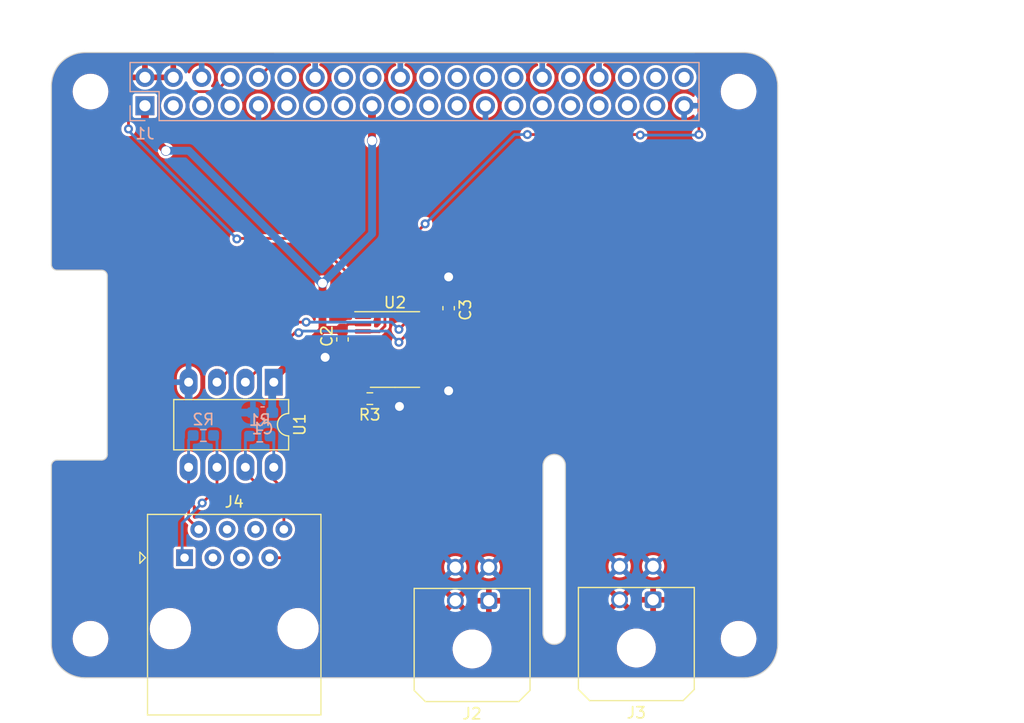
<source format=kicad_pcb>
(kicad_pcb (version 20211014) (generator pcbnew)

  (general
    (thickness 1.6)
  )

  (paper "A3")
  (title_block
    (date "15 nov 2012")
  )

  (layers
    (0 "F.Cu" signal)
    (31 "B.Cu" signal)
    (32 "B.Adhes" user "B.Adhesive")
    (33 "F.Adhes" user "F.Adhesive")
    (34 "B.Paste" user)
    (35 "F.Paste" user)
    (36 "B.SilkS" user "B.Silkscreen")
    (37 "F.SilkS" user "F.Silkscreen")
    (38 "B.Mask" user)
    (39 "F.Mask" user)
    (40 "Dwgs.User" user "User.Drawings")
    (41 "Cmts.User" user "User.Comments")
    (42 "Eco1.User" user "User.Eco1")
    (43 "Eco2.User" user "User.Eco2")
    (44 "Edge.Cuts" user)
    (45 "Margin" user)
    (46 "B.CrtYd" user "B.Courtyard")
    (47 "F.CrtYd" user "F.Courtyard")
    (48 "B.Fab" user)
    (49 "F.Fab" user)
    (50 "User.1" user)
    (51 "User.2" user)
    (52 "User.3" user)
    (53 "User.4" user)
    (54 "User.5" user)
    (55 "User.6" user)
    (56 "User.7" user)
    (57 "User.8" user)
    (58 "User.9" user)
  )

  (setup
    (stackup
      (layer "F.SilkS" (type "Top Silk Screen"))
      (layer "F.Paste" (type "Top Solder Paste"))
      (layer "F.Mask" (type "Top Solder Mask") (color "Green") (thickness 0.01))
      (layer "F.Cu" (type "copper") (thickness 0.035))
      (layer "dielectric 1" (type "core") (thickness 1.51) (material "FR4") (epsilon_r 4.5) (loss_tangent 0.02))
      (layer "B.Cu" (type "copper") (thickness 0.035))
      (layer "B.Mask" (type "Bottom Solder Mask") (color "Green") (thickness 0.01))
      (layer "B.Paste" (type "Bottom Solder Paste"))
      (layer "B.SilkS" (type "Bottom Silk Screen"))
      (copper_finish "None")
      (dielectric_constraints no)
    )
    (pad_to_mask_clearance 0)
    (aux_axis_origin 100 100)
    (grid_origin 100 100)
    (pcbplotparams
      (layerselection 0x0000030_80000001)
      (disableapertmacros false)
      (usegerberextensions true)
      (usegerberattributes false)
      (usegerberadvancedattributes false)
      (creategerberjobfile false)
      (svguseinch false)
      (svgprecision 6)
      (excludeedgelayer true)
      (plotframeref false)
      (viasonmask false)
      (mode 1)
      (useauxorigin false)
      (hpglpennumber 1)
      (hpglpenspeed 20)
      (hpglpendiameter 15.000000)
      (dxfpolygonmode true)
      (dxfimperialunits true)
      (dxfusepcbnewfont true)
      (psnegative false)
      (psa4output false)
      (plotreference true)
      (plotvalue true)
      (plotinvisibletext false)
      (sketchpadsonfab false)
      (subtractmaskfromsilk false)
      (outputformat 1)
      (mirror false)
      (drillshape 1)
      (scaleselection 1)
      (outputdirectory "")
    )
  )

  (net 0 "")
  (net 1 "GND")
  (net 2 "/GPIO[2]{slash}SDA1")
  (net 3 "/GPIO[3]{slash}SCL1")
  (net 4 "/GPIO[4]{slash}GPCLK0")
  (net 5 "/GPIO[14]{slash}TXD0")
  (net 6 "/GPIO[15]{slash}RXD0")
  (net 7 "/GPIO[17]")
  (net 8 "/GPIO[18]{slash}PCM.CLK")
  (net 9 "/GPIO[27]")
  (net 10 "/GPIO[22]")
  (net 11 "/GPIO[23]")
  (net 12 "/GPIO[24]")
  (net 13 "/GPIO[10]{slash}SPI0.MOSI")
  (net 14 "/GPIO[9]{slash}SPI0.MISO")
  (net 15 "/GPIO[25]")
  (net 16 "/GPIO[11]{slash}SPI0.SCLK")
  (net 17 "/GPIO[8]{slash}SPI0.CE0")
  (net 18 "/GPIO[7]{slash}SPI0.CE1")
  (net 19 "/ID_SDA")
  (net 20 "/ID_SCL")
  (net 21 "/GPIO[5]")
  (net 22 "/GPIO[6]")
  (net 23 "/GPIO[12]{slash}PWM0")
  (net 24 "/GPIO[13]{slash}PWM1")
  (net 25 "/GPIO[19]{slash}PCM.FS")
  (net 26 "/GPIO[16]")
  (net 27 "/GPIO[26]")
  (net 28 "/GPIO[20]{slash}PCM.DIN")
  (net 29 "/GPIO[21]{slash}PCM.DOUT")
  (net 30 "+5V")
  (net 31 "+3V3")
  (net 32 "/RS485_Z")
  (net 33 "/RS485_Y")
  (net 34 "unconnected-(J4-Pad3)")
  (net 35 "unconnected-(J4-Pad4)")
  (net 36 "unconnected-(J4-Pad5)")
  (net 37 "unconnected-(J4-Pad6)")
  (net 38 "/RS485_A")
  (net 39 "/RS485_B")
  (net 40 "Net-(R3-Pad1)")
  (net 41 "/RXD0_OUT")
  (net 42 "/TXD0_OUT")
  (net 43 "unconnected-(U2-Pad4)")
  (net 44 "unconnected-(U2-Pad5)")
  (net 45 "unconnected-(U2-Pad6)")
  (net 46 "unconnected-(U2-Pad7)")
  (net 47 "unconnected-(U2-Pad8)")
  (net 48 "unconnected-(U2-Pad9)")
  (net 49 "unconnected-(U2-Pad12)")
  (net 50 "unconnected-(U2-Pad13)")
  (net 51 "unconnected-(U2-Pad14)")
  (net 52 "unconnected-(U2-Pad15)")
  (net 53 "unconnected-(U2-Pad16)")
  (net 54 "unconnected-(U2-Pad17)")

  (footprint "MountingHole:MountingHole_2.7mm_M2.5" (layer "F.Cu") (at 161.5 47.5))

  (footprint "Resistor_SMD:R_0603_1608Metric_Pad0.98x0.95mm_HandSolder" (layer "F.Cu") (at 128.5 75))

  (footprint "Connector_RJ:RJ45_Amphenol_54602-x08_Horizontal" (layer "F.Cu") (at 111.9175 89.25))

  (footprint "Connector_Molex:Molex_Micro-Fit_3.0_43045-0400_2x02_P3.00mm_Horizontal" (layer "F.Cu") (at 153.85 93.015 180))

  (footprint "MountingHole:MountingHole_2.7mm_M2.5" (layer "F.Cu") (at 103.5 96.5))

  (footprint "Capacitor_SMD:C_0603_1608Metric_Pad1.08x0.95mm_HandSolder" (layer "F.Cu") (at 126.05 69.7 -90))

  (footprint "Package_DIP:DIP-8_W7.62mm_LongPads" (layer "F.Cu") (at 119.9 73.525 -90))

  (footprint "MountingHole:MountingHole_2.7mm_M2.5" (layer "F.Cu") (at 103.5 47.5))

  (footprint "Connector_Molex:Molex_Micro-Fit_3.0_43045-0400_2x02_P3.00mm_Horizontal" (layer "F.Cu") (at 139.15 93.1 180))

  (footprint "Capacitor_SMD:C_0603_1608Metric_Pad1.08x0.95mm_HandSolder" (layer "F.Cu") (at 135.55 66.9 90))

  (footprint "Package_SO:TSSOP-20_4.4x6.5mm_P0.65mm" (layer "F.Cu") (at 130.75 70.6))

  (footprint "MountingHole:MountingHole_2.7mm_M2.5" (layer "F.Cu") (at 161.5 96.5))

  (footprint "Connector_PinSocket_2.54mm:PinSocket_2x20_P2.54mm_Vertical" (layer "B.Cu") (at 108.37 48.77 -90))

  (footprint "Capacitor_SMD:C_0603_1608Metric_Pad1.08x0.95mm_HandSolder" (layer "B.Cu") (at 118.9 76.25))

  (footprint "Resistor_SMD:R_0603_1608Metric_Pad0.98x0.95mm_HandSolder" (layer "B.Cu") (at 113.6 78.3 180))

  (footprint "Resistor_SMD:R_0603_1608Metric_Pad0.98x0.95mm_HandSolder" (layer "B.Cu") (at 118.65 78.35 180))

  (gr_line (start 162 43.5) (end 103 43.5) (layer "Dwgs.User") (width 0.1) (tstamp 01542f4c-3eb2-4377-aa27-d2b8ce1768a9))
  (gr_rect locked (start 166 81.825) (end 187 97.675) (layer "Dwgs.User") (width 0.1) (fill none) (tstamp 0361f1e7-3200-462a-a139-1890cc8ecc5d))
  (gr_line (start 165 47) (end 165 46.5) (layer "Dwgs.User") (width 0.1) (tstamp 1c827ef1-a4b7-41e6-9843-2391dad87159))
  (gr_rect locked (start 187 64.45) (end 169.9 77.55) (layer "Dwgs.User") (width 0.1) (fill none) (tstamp 29df31ed-bd0f-485f-bd0e-edc97e11b54b))
  (gr_arc (start 100 46.5) (mid 100.87868 44.37868) (end 103 43.5) (layer "Dwgs.User") (width 0.1) (tstamp 42d5b9a3-d935-43ec-bdfc-fa50e30497f4))
  (gr_line (start 100 63) (end 100 81) (layer "Dwgs.User") (width 0.1) (tstamp 4785dad4-8d69-4ebb-ad9a-015d184243b4))
  (gr_line (start 100 47) (end 100 46.5) (layer "Dwgs.User") (width 0.1) (tstamp 5003d121-afa9-4506-b1cb-3d24d05e3522))
  (gr_rect locked (start 187 46.355925) (end 169.9 59.455925) (layer "Dwgs.User") (width 0.1) (fill none) (tstamp 55c2b75d-5e45-4a08-ab83-0bcdd5f03b6a))
  (gr_arc (start 162 43.5) (mid 164.12132 44.37868) (end 165 46.5) (layer "Dwgs.User") (width 0.1) (tstamp 5e402a36-e967-4e97-aadc-cb7fffb01a5a))
  (gr_arc (start 100.5 63.5) (mid 100.146447 63.353553) (end 100 63) (layer "Edge.Cuts") (width 0.1) (tstamp 1cbbeb2e-83bf-40c4-9181-345b5ff6244b))
  (gr_arc (start 162 44) (mid 164.12132 44.87868) (end 165 47) (layer "Edge.Cuts") (width 0.1) (tstamp 22a2f42c-876a-42fd-9fcb-c4fcc64c52f2))
  (gr_line (start 165 97) (end 165 47) (layer "Edge.Cuts") (width 0.1) (tstamp 28e9ec81-3c9e-45e1-be06-2c4bf6e056f0))
  (gr_line (start 100 47) (end 100 63) (layer "Edge.Cuts") (width 0.1) (tstamp 37914bed-263c-4116-a3f8-80eebeda652f))
  (gr_line (start 146 81) (end 146 96) (layer "Edge.Cuts") (width 0.1) (tstamp 79c07597-5ab9-4d26-b4b3-a70ae9dcd11d))
  (gr_line (start 144 96) (end 144 81) (layer "Edge.Cuts") (width 0.1) (tstamp 81e492f6-268f-4ce2-bb45-32834e67e85b))
  (gr_arc (start 103 100) (mid 100.87868 99.12132) (end 100 97) (layer "Edge.Cuts") (width 0.1) (tstamp 8472a348-457a-4fa7-a2e1-f3c62839464b))
  (gr_line (start 103 100) (end 162 100) (layer "Edge.Cuts") (width 0.1) (tstamp 8a7173fa-a5b9-4168-a27e-ca55f1177d0d))
  (gr_line (start 104.5 80.5) (end 100.5 80.5) (layer "Edge.Cuts") (width 0.1) (tstamp 97ae713b-7d2d-4a60-bcd9-2dd4b368aa15))
  (gr_arc (start 144 81) (mid 145 80) (end 146 81) (layer "Edge.Cuts") (width 0.1) (tstamp b6c3db4f-e418-4da3-aef6-5010435bcf13))
  (gr_arc (start 100 81) (mid 100.146138 80.646755) (end 100.499127 80.500001) (layer "Edge.Cuts") (width 0.1) (tstamp c389f2b1-4f48-4b83-bc49-b9c848c13388))
  (gr_arc (start 165 97) (mid 164.12132 99.12132) (end 162 100) (layer "Edge.Cuts") (width 0.1) (tstamp c7b345f0-09d6-40ac-8b3c-c73de04b41ce))
  (gr_line (start 105 64) (end 105 80) (layer "Edge.Cuts") (width 0.1) (tstamp ca58cd03-72f8-4aa1-9c49-e57771516d3b))
  (gr_arc (start 100 47) (mid 100.87868 44.87868) (end 103 44) (layer "Edge.Cuts") (width 0.1) (tstamp ccd65f21-b02e-4d31-b8df-11f6ca2d4d24))
  (gr_arc (start 146 96) (mid 145 97) (end 144 96) (layer "Edge.Cuts") (width 0.1) (tstamp d4c39290-1388-499e-abdc-d2c7dce5190a))
  (gr_line (start 100 81) (end 100 97) (layer "Edge.Cuts") (width 0.1) (tstamp e7760343-1bc1-4276-98d8-48a16a705580))
  (gr_line (start 100.5 63.5) (end 104.5 63.5) (layer "Edge.Cuts") (width 0.1) (tstamp e8b6e282-1f54-4aa1-a0f2-cc1b0a55c7aa))
  (gr_arc (start 105 80) (mid 104.853553 80.353553) (end 104.5 80.5) (layer "Edge.Cuts") (width 0.1) (tstamp f07b6ce9-d2eb-486d-bee9-15304e35501c))
  (gr_arc (start 104.5 63.5) (mid 104.853553 63.646447) (end 105 64) (layer "Edge.Cuts") (width 0.1) (tstamp f78d019e-cf6e-46b1-83f8-3ba515696edd))
  (gr_line (start 162 44) (end 103 44) (layer "Edge.Cuts") (width 0.1) (tstamp fca60233-ea1e-489e-a685-c8fb6788f150))
  (gr_text "USB" (at 177.724 71.552) (layer "Dwgs.User") (tstamp 00000000-0000-0000-0000-0000580cbbe9)
    (effects (font (size 2 2) (thickness 0.15)))
  )
  (gr_text "RJ45" (at 176.2 89.84) (layer "Dwgs.User") (tstamp 00000000-0000-0000-0000-0000580cbbeb)
    (effects (font (size 2 2) (thickness 0.15)))
  )
  (gr_text "DISPLAY (OPTIONAL)" (at 102.5 72 90) (layer "Dwgs.User") (tstamp 00000000-0000-0000-0000-0000580cbbff)
    (effects (font (size 1 1) (thickness 0.15)))
  )
  (gr_text "CAMERA (OPTIONAL)" (at 145 88.5 90) (layer "Dwgs.User") (tstamp 1811fd1a-b55e-4d16-931d-f9ec6a9e16f7)
    (effects (font (size 1 1) (thickness 0.15)))
  )
  (gr_text "USB" (at 178.232 52.248) (layer "Dwgs.User") (tstamp 3b108586-2520-4867-9c38-7334a1000bb5)
    (effects (font (size 2 2) (thickness 0.15)))
  )
  (gr_text "Extend PCB edge 0.5mm if using SMT header" (at 103 42.5) (layer "Dwgs.User") (tstamp 5655325a-c0de-4b05-aadb-72ac1902d527)
    (effects (font (size 1 1) (thickness 0.15)) (justify left))
  )
  (gr_text "PoE" (at 161.5 53.64) (layer "Dwgs.User") (tstamp 6528a76f-b7a7-4621-952f-d7da1058963a)
    (effects (font (size 1 1) (thickness 0.15)))
  )

  (segment (start 134.775 73.525) (end 135.55 74.3) (width 0.25) (layer "F.Cu") (net 1) (tstamp 0becdeda-2e98-4db0-9fb9-1f5000051fb0))
  (segment (start 126.05 70.5625) (end 125.2375 70.5625) (width 0.7) (layer "F.Cu") (net 1) (tstamp 23ea6422-a9ad-43de-b74b-f145364e18b4))
  (segment (start 130.45 75) (end 131.15 75.7) (width 0.7) (layer "F.Cu") (net 1) (tstamp 2c2ab3fd-4a3d-47dc-95bd-25466087fa0b))
  (segment (start 135.55 66.0375) (end 135.55 64.1) (width 0.7) (layer "F.Cu") (net 1) (tstamp 2d4c2e38-b94a-4865-8422-9449b76f5ad3))
  (segment (start 129.4125 75) (end 130.45 75) (width 0.7) (layer "F.Cu") (net 1) (tstamp 3b7af560-ce1f-40f7-bdd7-0a25be72cc13))
  (segment (start 133.6125 73.525) (end 134.775 73.525) (width 0.25) (layer "F.Cu") (net 1) (tstamp 4d2809cc-2d2a-4f36-9aa8-2c71b5bfbd56))
  (segment (start 125.2375 70.5625) (end 124.5 71.3) (width 0.7) (layer "F.Cu") (net 1) (tstamp 904d0dbf-7914-46bf-b644-e3d5364f82c3))
  (via (at 131.15 75.7) (size 0.9) (drill 0.8) (layers "F.Cu" "B.Cu") (net 1) (tstamp 0b132ec9-1c7a-4301-918d-0d1994d105ad))
  (via (at 124.5 71.3) (size 0.9) (drill 0.8) (layers "F.Cu" "B.Cu") (net 1) (tstamp 3919fced-ecfd-440f-bf3e-de7008c94f95))
  (via (at 135.55 64.1) (size 0.9) (drill 0.8) (layers "F.Cu" "B.Cu") (net 1) (tstamp 47451f0e-3a20-46d7-9003-1e9ff9171539))
  (via (at 135.55 74.3) (size 0.9) (drill 0.8) (layers "F.Cu" "B.Cu") (net 1) (tstamp 57741fca-637e-4bc7-8e6a-45d7e854a60f))
  (segment (start 113.15 76.25) (end 112.28 75.38) (width 0.7) (layer "B.Cu") (net 1) (tstamp 047caeaa-cb9b-4a25-8a15-b83d6142c2c6))
  (segment (start 118.0375 76.25) (end 113.15 76.25) (width 0.7) (layer "B.Cu") (net 1) (tstamp ae174475-8f74-4ef4-b793-193f43716fa1))
  (segment (start 112.28 75.38) (end 112.28 73.525) (width 0.7) (layer "B.Cu") (net 1) (tstamp fa059adf-462c-4723-8d34-326588256ebf))
  (segment (start 115.99 46.23) (end 114.72 47.5) (width 0.25) (layer "F.Cu") (net 5) (tstamp 06a2d42c-e91c-4fed-8e8f-235ed16fd6f8))
  (segment (start 107.19 47.5) (end 106.9 47.79) (width 0.25) (layer "F.Cu") (net 5) (tstamp 1f4894e1-fb64-441a-94bd-e5a0df832464))
  (segment (start 123.4 60.65) (end 116.65 60.65) (width 0.25) (layer "F.Cu") (net 5) (tstamp 356409af-d197-4464-b2e6-e6e133142be1))
  (segment (start 116.65 60.65) (end 116.6 60.7) (width 0.25) (layer "F.Cu") (net 5) (tstamp 3a5a257f-0590-41b3-ad13-b1343438a336))
  (segment (start 127.8875 65.1375) (end 123.4 60.65) (width 0.25) (layer "F.Cu") (net 5) (tstamp 70361b02-476a-49e0-ab13-9c236dde3357))
  (segment (start 114.72 47.5) (end 107.19 47.5) (width 0.25) (layer "F.Cu") (net 5) (tstamp 72b770a2-a5d3-4d1a-9c76-1f0bcef18b83))
  (segment (start 106.9 47.79) (end 106.9 50.85) (width 0.25) (layer "F.Cu") (net 5) (tstamp 83023c59-4623-4319-8bc9-92b5e7f5540c))
  (segment (start 127.8875 67.675) (end 127.8875 65.1375) (width 0.25) (layer "F.Cu") (net 5) (tstamp a3f4bd4d-ad99-4b53-a7fc-d1dba7b3dea8))
  (via (at 116.6 60.7) (size 0.8) (drill 0.4) (layers "F.Cu" "B.Cu") (net 5) (tstamp 2b5e783d-6717-4c2f-95a6-30736e0de24b))
  (via (at 106.9 50.85) (size 0.8) (drill 0.4) (layers "F.Cu" "B.Cu") (net 5) (tstamp c924f7a9-ab34-41e5-a63e-0beed0ed14c7))
  (segment (start 106.9 51) (end 106.9 50.85) (width 0.25) (layer "B.Cu") (net 5) (tstamp a6d74df7-0dfe-41ed-819a-3d70632d21d4))
  (segment (start 116.6 60.7) (end 106.9 51) (width 0.25) (layer "B.Cu") (net 5) (tstamp d6ab3025-4258-4d0c-b154-c6369047b616))
  (segment (start 129.35 69) (end 129.85 68.5) (width 0.25) (layer "F.Cu") (net 6) (tstamp 097185a6-078a-4448-905a-c063044836fb))
  (segment (start 142.6 51.35) (end 152.65 51.35) (width 0.25) (layer "F.Cu") (net 6) (tstamp 268ec463-d2c5-406f-93d8-d1e9f31e5bfa))
  (segment (start 157.95 45.2) (end 157.35 44.6) (width 0.25) (layer "F.Cu") (net 6) (tstamp 448366b6-6128-4cd9-9b7c-64722bdd05f3))
  (segment (start 157.95 51.35) (end 157.95 45.2) (width 0.25) (layer "F.Cu") (net 6) (tstamp 4bfe5ed9-8397-4a26-8be7-8bc25988fecb))
  (segment (start 120.16 44.6) (end 118.53 46.23) (width 0.25) (layer "F.Cu") (net 6) (tstamp 6fe32bb4-a94e-4393-be86-6a4152002623))
  (segment (start 129.85 62.95) (end 133.45 59.35) (width 0.25) (layer "F.Cu") (net 6) (tstamp 8a193303-649a-4d6e-9394-00963544cc3c))
  (segment (start 127.8875 68.975) (end 128.646751 68.975) (width 0.25) (layer "F.Cu") (net 6) (tstamp ac68f293-2697-4e7e-97b9-7686772ba5e6))
  (segment (start 128.646751 68.975) (end 128.671751 69) (width 0.25) (layer "F.Cu") (net 6) (tstamp acb6c571-ccce-4911-96ce-efed6ee6bc18))
  (segment (start 129.85 68.5) (end 129.85 64.55) (width 0.25) (layer "F.Cu") (net 6) (tstamp b2448976-acfc-4bea-b909-b38066fd2017))
  (segment (start 152.65 51.35) (end 152.7 51.4) (width 0.25) (layer "F.Cu") (net 6) (tstamp dd4e812b-6bae-497c-b80d-9b37896d5b1c))
  (segment (start 129.85 64.55) (end 129.85 62.95) (width 0.25) (layer "F.Cu") (net 6) (tstamp e7c62b0b-b3b1-4992-bb7e-da8528bdb930))
  (segment (start 128.671751 69) (end 129.35 69) (width 0.25) (layer "F.Cu") (net 6) (tstamp eff25ed9-9747-4777-b780-4773991cf7ac))
  (segment (start 157.35 44.6) (end 120.16 44.6) (width 0.25) (layer "F.Cu") (net 6) (tstamp fceb5b10-d07b-4632-b710-b9008a6e687f))
  (via (at 133.45 59.35) (size 0.8) (drill 0.4) (layers "F.Cu" "B.Cu") (net 6) (tstamp 2c17e586-c8fe-4800-9bc1-02bc16f014a8))
  (via (at 152.7 51.4) (size 0.8) (drill 0.4) (layers "F.Cu" "B.Cu") (net 6) (tstamp 59fadb93-5189-4aa0-af93-0062b1bd7b57))
  (via (at 157.95 51.35) (size 0.8) (drill 0.4) (layers "F.Cu" "B.Cu") (net 6) (tstamp 7c001035-72b1-425e-b3db-21a9972b67f8))
  (via (at 142.6 51.35) (size 0.8) (drill 0.4) (layers "F.Cu" "B.Cu") (net 6) (tstamp d1ad8ce4-0337-441b-8dfd-db9f73cca838))
  (segment (start 152.7 51.4) (end 157.9 51.4) (width 0.25) (layer "B.Cu") (net 6) (tstamp 457ca56e-f58d-48e9-804c-7f88ec90a72b))
  (segment (start 157.9 51.4) (end 157.95 51.35) (width 0.25) (layer "B.Cu") (net 6) (tstamp 706893e4-1c93-4737-92f8-02865649c68c))
  (segment (start 141.45 51.35) (end 142.6 51.35) (width 0.25) (layer "B.Cu") (net 6) (tstamp 748ab505-8baa-4494-9541-4decea3603c5))
  (segment (start 133.45 59.35) (end 141.45 51.35) (width 0.25) (layer "B.Cu") (net 6) (tstamp c5c2928d-3b04-4f2e-a4ba-f32addc3788a))
  (segment (start 135.55 67.7625) (end 134.9875 68.325) (width 0.25) (layer "F.Cu") (net 30) (tstamp 3e7f0eb4-7fac-4095-b9d9-254e6f8adf19))
  (segment (start 134.9875 68.325) (end 133.6125 68.325) (width 0.25) (layer "F.Cu") (net 30) (tstamp e84da6ec-8d85-4196-b374-f065fc1614f1))
  (segment (start 124.2625 68.8375) (end 126.05 68.8375) (width 0.7) (layer "F.Cu") (net 31) (tstamp 0492248b-2cdd-4a73-a0ea-d2ae4f209327))
  (segment (start 119.9 73.525) (end 119.9 73.2) (width 0.7) (layer "F.Cu") (net 31) (tstamp 0a4639e3-f07f-4d6b-b934-7d3ff23629d3))
  (segment (start 119.9 73.2) (end 124.2625 68.8375) (width 0.7) (layer "F.Cu") (net 31) (tstamp 4064f7b4-d6d4-456d-89d9-ff43ccee315d))
  (segment (start 128.69 51.89) (end 128.7 51.9) (width 0.7) (layer "F.Cu") (net 31) (tstamp 45a2eb6a-ec56-4292-b468-acc7243ab6bb))
  (segment (start 127.8875 68.325) (end 126.5625 68.325) (width 0.25) (layer "F.Cu") (net 31) (tstamp 61eed65a-42fb-493f-ac16-3d675337de44))
  (segment (start 126.5625 68.325) (end 126.05 68.8375) (width 0.25) (layer "F.Cu") (net 31) (tstamp 714ddd6d-d529-4036-ba0a-6bacf7c79f3b))
  (segment (start 108.37 48.77) (end 108.37 50.92) (width 0.7) (layer "F.Cu") (net 31) (tstamp bb8f553d-db01-4d80-99ad-fe0cc0c2d6c8))
  (segment (start 124.2625 64.6625) (end 124.2625 68.8375) (width 0.7) (layer "F.Cu") (net 31) (tstamp c8f0182b-e58d-4743-b940-71dbd32ff103))
  (segment (start 128.69 48.77) (end 128.69 51.89) (width 0.7) (layer "F.Cu") (net 31) (tstamp e1ba5d04-e11e-4ddb-8619-b10798438458))
  (segment (start 108.37 50.92) (end 110.25 52.8) (width 0.7) (layer "F.Cu") (net 31) (tstamp e6c33add-fc57-4f03-8c78-0e4f506ea5d3))
  (via (at 128.7 51.9) (size 0.9) (drill 0.8) (layers "F.Cu" "B.Cu") (net 31) (tstamp 4311fce1-2a5e-45a5-ab0f-333cef8921fd))
  (via (at 124.2625 64.6625) (size 0.9) (drill 0.8) (layers "F.Cu" "B.Cu") (net 31) (tstamp 5b820e0f-9050-46cb-b3fe-fbf6ff7a84bd))
  (via (at 110.25 52.8) (size 0.9) (drill 0.8) (layers "F.Cu" "B.Cu") (net 31) (tstamp 7c92276d-8505-426a-a0db-234d7ce57f51))
  (segment (start 124.1625 64.6625) (end 124.2625 64.6625) (width 0.7) (layer "B.Cu") (net 31) (tstamp 1201cad8-b74b-42e9-93b4-2707fa70f40b))
  (segment (start 112.3 52.8) (end 124.1625 64.6625) (width 0.7) (layer "B.Cu") (net 31) (tstamp 803f578e-03bd-4730-afda-94d9966989b0))
  (segment (start 110.25 52.8) (end 112.3 52.8) (width 0.7) (layer "B.Cu") (net 31) (tstamp bf76906a-1990-4962-9311-87dd55805291))
  (segment (start 119.7625 73.6625) (end 119.9 73.525) (width 0.7) (layer "B.Cu") (net 31) (tstamp c4bd8bac-c7c8-4e2a-8582-7444c43b6367))
  (segment (start 128.7 60.225) (end 124.2625 64.6625) (width 0.7) (layer "B.Cu") (net 31) (tstamp d5525b92-73ca-47ca-8046-c61fff45c585))
  (segment (start 119.7625 76.25) (end 119.7625 73.6625) (width 0.7) (layer "B.Cu") (net 31) (tstamp f38687e9-bf35-4788-9b10-7c86029028e4))
  (segment (start 128.7 51.9) (end 128.7 60.225) (width 0.7) (layer "B.Cu") (net 31) (tstamp fa041602-1d44-43af-992b-84f57cb556e8))
  (segment (start 114.82 83.03) (end 113.5 84.35) (width 0.25) (layer "F.Cu") (net 32) (tstamp 16313d2c-adf0-45bf-a4b1-bebd526b30cb))
  (segment (start 114.82 81.145) (end 114.82 83.03) (width 0.25) (layer "F.Cu") (net 32) (tstamp 9cc8ef65-502c-454c-94ab-b9ecdb97095c))
  (via (at 113.5 84.35) (size 0.8) (drill 0.4) (layers "F.Cu" "B.Cu") (net 32) (tstamp b0042691-66b4-47c8-a21d-3fa813d6cd5a))
  (segment (start 111.7 86.15) (end 111.7 89.0325) (width 0.25) (layer "B.Cu") (net 32) (tstamp 1dfb5ce1-8e67-43f8-a88b-774513267108))
  (segment (start 113.5 84.35) (end 111.7 86.15) (width 0.25) (layer "B.Cu") (net 32) (tstamp 58cc0f4a-1c88-48ee-935e-c77c2d9ae90f))
  (segment (start 114.82 78.6075) (end 114.82 81.145) (width 0.25) (layer "B.Cu") (net 32) (tstamp 858d86bb-b7ac-407f-9b13-bf6fd894b312))
  (segment (start 114.5125 78.3) (end 114.82 78.6075) (width 0.25) (layer "B.Cu") (net 32) (tstamp a82ce284-3d66-40ea-bfd6-029c8e8d7b2b))
  (segment (start 111.7 89.0325) (end 111.9175 89.25) (width 0.25) (layer "B.Cu") (net 32) (tstamp bd530463-a209-4589-b553-a1bb6455af0e))
  (segment (start 112.28 85.8025) (end 113.1875 86.71) (width 0.25) (layer "F.Cu") (net 33) (tstamp 35277463-59b5-4a3e-b7ac-8bb05c31999c))
  (segment (start 112.28 81.145) (end 112.28 85.8025) (width 0.25) (layer "F.Cu") (net 33) (tstamp f98ebf24-0040-43c8-8d7a-adfd66b1be6c))
  (segment (start 112.28 78.7075) (end 112.28 81.145) (width 0.25) (layer "B.Cu") (net 33) (tstamp 46b891f9-5634-4425-8fcb-7d54f8539aca))
  (segment (start 112.6875 78.3) (end 112.28 78.7075) (width 0.25) (layer "B.Cu") (net 33) (tstamp 9139a2f9-100a-4be7-89e2-49be8af96c22))
  (segment (start 122.95 88.1) (end 121.8 89.25) (width 0.25) (layer "F.Cu") (net 38) (tstamp 41186d9f-3ba1-400b-a4ac-088b1a449c07))
  (segment (start 122.95 85.3) (end 122.95 88.1) (width 0.25) (layer "F.Cu") (net 38) (tstamp 62ab4c97-e7ee-4e5e-b592-3bd076ec8e73))
  (segment (start 119.9 82.25) (end 122.95 85.3) (width 0.25) (layer "F.Cu") (net 38) (tstamp aa861b79-4f16-461a-90dc-d9ee3a2f53fc))
  (segment (start 121.8 89.25) (end 119.5375 89.25) (width 0.25) (layer "F.Cu") (net 38) (tstamp b30d9e11-fd56-48bb-9243-49345edc3cec))
  (segment (start 119.9 81.145) (end 119.9 82.25) (width 0.25) (layer "F.Cu") (net 38) (tstamp d5c5e7cc-21cd-470a-b3c8-5ba8449a0cb5))
  (segment (start 119.9 78.6875) (end 119.9 81.145) (width 0.25) (layer "B.Cu") (net 38) (tstamp 5684094f-035f-424b-8a66-538d2d522fb4))
  (segment (start 119.5625 78.35) (end 119.9 78.6875) (width 0.25) (layer "B.Cu") (net 38) (tstamp e8af7064-3f99-4bbf-9683-3edb471d671d))
  (segment (start 117.36 81.61) (end 120.8075 85.0575) (width 0.25) (layer "F.Cu") (net 39) (tstamp 033ef0e6-eb04-4133-a4d5-314e7d1a6749))
  (segment (start 117.36 81.145) (end 117.36 81.61) (width 0.25) (layer "F.Cu") (net 39) (tstamp 52a8900a-a8b3-45a3-8920-7f94e033eaab))
  (segment (start 120.8075 85.0575) (end 120.8075 86.71) (width 0.25) (layer "F.Cu") (net 39) (tstamp c0884285-cf8d-49f1-9d53-d3a37f0e5cc1))
  (segment (start 117.36 78.7275) (end 117.36 81.145) (width 0.25) (layer "B.Cu") (net 39) (tstamp 7d8893d9-0962-408a-a042-691fee9929d1))
  (segment (start 117.7375 78.35) (end 117.36 78.7275) (width 0.25) (layer "B.Cu") (net 39) (tstamp c77960f1-e089-4b59-b33e-e153cc282a96))
  (segment (start 131.1 69.95) (end 132.075 68.975) (width 0.25) (layer "F.Cu") (net 41) (tstamp 09caed9f-1684-40cc-a0b8-af01fb59d4c3))
  (segment (start 132.075 68.975) (end 133.6125 68.975) (width 0.25) (layer "F.Cu") (net 41) (tstamp 0d89f755-fa25-4b50-b7ff-870daffef266))
  (segment (start 121.788888 69.096112) (end 122.134286 69.096112) (width 0.25) (layer "F.Cu") (net 41) (tstamp 3a287720-06e9-4475-9549-fdd6b03f55aa))
  (segment (start 117.36 73.525) (end 121.788888 69.096112) (width 0.25) (layer "F.Cu") (net 41) (tstamp e85a3ed1-fbf5-436e-9955-6f465a271edb))
  (via (at 122.134286 69.096112) (size 0.8) (drill 0.4) (layers "F.Cu" "B.Cu") (net 41) (tstamp 25704290-fa7e-4846-9b43-f07bd979f628))
  (via (at 131.1 69.95) (size 0.8) (drill 0.4) (layers "F.Cu" "B.Cu") (net 41) (tstamp 7d4c7095-d16d-4f9f-bce3-688a7cf29792))
  (segment (start 130.1 68.95) (end 122.280398 68.95) (width 0.25) (layer "B.Cu") (net 41) (tstamp 638540d9-a29a-4559-813b-a28d3c2f9d33))
  (segment (start 131.1 69.95) (end 130.1 68.95) (width 0.25) (layer "B.Cu") (net 41) (tstamp 9d2a2835-7812-434d-8a74-a4c1a9c11f45))
  (segment (start 122.280398 68.95) (end 122.134286 69.096112) (width 0.25) (layer "B.Cu") (net 41) (tstamp fc775ef7-c4cd-4f95-a10e-f7e7d00a4091))
  (segment (start 114.82 73.525) (end 120.195 68.15) (width 0.25) (layer "F.Cu") (net 42) (tstamp 36a9bf01-5669-46d2-bb7d-13cf7f85ace4))
  (segment (start 120.195 68.15) (end 122.8 68.15) (width 0.25) (layer "F.Cu") (net 42) (tstamp 81bafd05-b4cf-4211-aa89-4779fb515b94))
  (segment (start 131.1 68.8) (end 132.225 67.675) (width 0.25) (layer "F.Cu") (net 42) (tstamp b716b6c5-bbce-4212-b3fb-1bad165fece2))
  (segment (start 132.225 67.675) (end 133.6125 67.675) (width 0.25) (layer "F.Cu") (net 42) (tstamp dc68115e-9959-4f0f-ba54-97fbd8de2d82))
  (via (at 122.8 68.15) (size 0.8) (drill 0.4) (layers "F.Cu" "B.Cu") (net 42) (tstamp 881b1cfd-01e4-428c-925d-e13c2d6315dd))
  (via (at 131.1 68.8) (size 0.8) (drill 0.4) (layers "F.Cu" "B.Cu") (net 42) (tstamp b1851d33-ffdb-47d8-a290-07b05946b792))
  (segment (start 130.45 68.15) (end 131.1 68.8) (width 0.25) (layer "B.Cu") (net 42) (tstamp 20d3f17d-c00b-4622-bfc9-6eb4d455ad55))
  (segment (start 122.8 68.15) (end 130.45 68.15) (width 0.25) (layer "B.Cu") (net 42) (tstamp de7ec02b-4eed-499f-8515-e1f96dbeae3f))

  (zone (net 30) (net_name "+5V") (layer "F.Cu") (tstamp 3bf80588-f295-460e-936b-6c1300f9cb2a) (hatch edge 0.508)
    (connect_pads (clearance 0))
    (min_thickness 0.254) (filled_areas_thickness no)
    (fill yes (thermal_gap 0.508) (thermal_bridge_width 0.508))
    (polygon
      (pts
        (xy 165.5 102.45)
        (xy 95.4 103.3)
        (xy 96.7 41)
        (xy 165.9 40.3)
      )
    )
    (filled_polygon
      (layer "F.Cu")
      (pts
        (xy 119.952284 44.070502)
        (xy 119.998777 44.124158)
        (xy 120.008881 44.194432)
        (xy 119.979387 44.259012)
        (xy 119.952513 44.28235)
        (xy 119.948245 44.285106)
        (xy 119.9411 44.288537)
        (xy 119.936869 44.292094)
        (xy 119.934932 44.294031)
        (xy 119.933063 44.295745)
        (xy 119.932926 44.295819)
        (xy 119.932826 44.295709)
        (xy 119.932346 44.296132)
        (xy 119.926671 44.299194)
        (xy 119.919602 44.306841)
        (xy 119.919601 44.306842)
        (xy 119.89046 44.338367)
        (xy 119.88703 44.341933)
        (xy 119.056109 45.172854)
        (xy 118.993797 45.20688)
        (xy 118.920324 45.200789)
        (xy 118.849267 45.17244)
        (xy 118.843898 45.170298)
        (xy 118.645526 45.130839)
        (xy 118.639752 45.130763)
        (xy 118.639748 45.130763)
        (xy 118.537257 45.129422)
        (xy 118.443286 45.128192)
        (xy 118.437589 45.129171)
        (xy 118.437588 45.129171)
        (xy 118.249646 45.161465)
        (xy 118.249645 45.161465)
        (xy 118.243949 45.162444)
        (xy 118.054193 45.232449)
        (xy 117.880371 45.335862)
        (xy 117.728305 45.46922)
        (xy 117.603089 45.628057)
        (xy 117.508914 45.807053)
        (xy 117.448937 46.000213)
        (xy 117.425164 46.201069)
        (xy 117.438392 46.402894)
        (xy 117.439815 46.408496)
        (xy 117.485606 46.588799)
        (xy 117.488178 46.598928)
        (xy 117.572856 46.782607)
        (xy 117.576189 46.787323)
        (xy 117.683572 46.939267)
        (xy 117.689588 46.94778)
        (xy 117.69373 46.951815)
        (xy 117.743194 47)
        (xy 117.834466 47.088913)
        (xy 118.002637 47.201282)
        (xy 118.00794 47.20356)
        (xy 118.007943 47.203562)
        (xy 118.124913 47.253816)
        (xy 118.18847 47.281122)
        (xy 118.38574 47.32576)
        (xy 118.391509 47.325987)
        (xy 118.391512 47.325987)
        (xy 118.467683 47.328979)
        (xy 118.587842 47.3337)
        (xy 118.674132 47.321189)
        (xy 118.782286 47.305508)
        (xy 118.782291 47.305507)
        (xy 118.788007 47.304678)
        (xy 118.793479 47.30282)
        (xy 118.793481 47.30282)
        (xy 118.974067 47.241519)
        (xy 118.974069 47.241518)
        (xy 118.979531 47.239664)
        (xy 119.156001 47.140837)
        (xy 119.165184 47.1332)
        (xy 119.307073 47.015191)
        (xy 119.311505 47.011505)
        (xy 119.440837 46.856001)
        (xy 119.539664 46.679531)
        (xy 119.542981 46.669761)
        (xy 119.60282 46.493481)
        (xy 119.60282 46.493479)
        (xy 119.604678 46.488007)
        (xy 119.605507 46.482291)
        (xy 119.605508 46.482286)
        (xy 119.625605 46.343675)
        (xy 119.6337 46.287842)
        (xy 119.635215 46.23)
        (xy 119.616708 46.028591)
        (xy 119.561807 45.833926)
        (xy 119.561543 45.833391)
        (xy 119.555942 45.764303)
        (xy 119.590216 45.700821)
        (xy 120.278632 45.012405)
        (xy 120.340944 44.978379)
        (xy 120.367727 44.9755)
        (xy 120.585107 44.9755)
        (xy 120.653228 44.995502)
        (xy 120.699721 45.049158)
        (xy 120.709825 45.119432)
        (xy 120.680331 45.184012)
        (xy 120.628718 45.219712)
        (xy 120.594193 45.232449)
        (xy 120.420371 45.335862)
        (xy 120.268305 45.46922)
        (xy 120.143089 45.628057)
        (xy 120.048914 45.807053)
        (xy 119.988937 46.000213)
        (xy 119.965164 46.201069)
        (xy 119.978392 46.402894)
        (xy 119.979815 46.408496)
        (xy 120.025606 46.588799)
        (xy 120.028178 46.598928)
        (xy 120.112856 46.782607)
        (xy 120.116189 46.787323)
        (xy 120.223572 46.939267)
        (xy 120.229588 46.94778)
        (xy 120.23373 46.951815)
        (xy 120.283194 47)
        (xy 120.374466 47.088913)
        (xy 120.542637 47.201282)
        (xy 120.54794 47.20356)
        (xy 120.547943 47.203562)
        (xy 120.664913 47.253816)
        (xy 120.72847 47.281122)
        (xy 120.92574 47.32576)
        (xy 120.931509 47.325987)
        (xy 120.931512 47.325987)
        (xy 121.007683 47.328979)
        (xy 121.127842 47.3337)
        (xy 121.214132 47.321189)
        (xy 121.322286 47.305508)
        (xy 121.322291 47.305507)
        (xy 121.328007 47.304678)
        (xy 121.333479 47.30282)
        (xy 121.333481 47.30282)
        (xy 121.514067 47.241519)
        (xy 121.514069 47.241518)
        (xy 121.519531 47.239664)
        (xy 121.696001 47.140837)
        (xy 121.705184 47.1332)
        (xy 121.847073 47.015191)
        (xy 121.851505 47.011505)
        (xy 121.980837 46.856001)
        (xy 122.079664 46.679531)
        (xy 122.082981 46.669761)
        (xy 122.14282 46.493481)
        (xy 122.14282 46.493479)
        (xy 122.144678 46.488007)
        (xy 122.145507 46.482291)
        (xy 122.145508 46.482286)
        (xy 122.165605 46.343675)
        (xy 122.1737 46.287842)
        (xy 122.175215 46.23)
        (xy 122.156708 46.028591)
        (xy 122.101807 45.833926)
        (xy 122.012351 45.652527)
        (xy 121.994079 45.628057)
        (xy 121.894788 45.495091)
        (xy 121.894787 45.49509)
        (xy 121.891335 45.490467)
        (xy 121.873264 45.473762)
        (xy 121.747053 45.357094)
        (xy 121.747051 45.357092)
        (xy 121.742812 45.353174)
        (xy 121.715374 45.335862)
        (xy 121.576637 45.248325)
        (xy 121.571757 45.245246)
        (xy 121.566396 45.243107)
        (xy 121.566394 45.243106)
        (xy 121.504793 45.21853)
        (xy 121.448933 45.174709)
        (xy 121.425633 45.107645)
        (xy 121.442289 45.03863)
        (xy 121.493613 44.989575)
        (xy 121.551483 44.9755)
        (xy 123.125107 44.9755)
        (xy 123.193228 44.995502)
        (xy 123.239721 45.049158)
        (xy 123.249825 45.119432)
        (xy 123.220331 45.184012)
        (xy 123.168718 45.219712)
        (xy 123.134193 45.232449)
        (xy 122.960371 45.335862)
        (xy 122.808305 45.46922)
        (xy 122.683089 45.628057)
        (xy 122.588914 45.807053)
        (xy 122.528937 46.000213)
        (xy 122.505164 46.201069)
        (xy 122.518392 46.402894)
        (xy 122.519815 46.408496)
        (xy 122.565606 46.588799)
        (xy 122.568178 46.598928)
        (xy 122.652856 46.782607)
        (xy 122.656189 46.787323)
        (xy 122.763572 46.939267)
        (xy 122.769588 46.94778)
        (xy 122.77373 46.951815)
        (xy 122.823194 47)
        (xy 122.914466 47.088913)
        (xy 123.082637 47.201282)
        (xy 123.08794 47.20356)
        (xy 123.087943 47.203562)
        (xy 123.204913 47.253816)
        (xy 123.26847 47.281122)
        (xy 123.46574 47.32576)
        (xy 123.471509 47.325987)
        (xy 123.471512 47.325987)
        (xy 123.547683 47.328979)
        (xy 123.667842 47.3337)
        (xy 123.754132 47.321189)
        (xy 123.862286 47.305508)
        (xy 123.862291 47.305507)
        (xy 123.868007 47.304678)
        (xy 123.873479 47.30282)
        (xy 123.873481 47.30282)
        (xy 124.054067 47.241519)
        (xy 124.054069 47.241518)
        (xy 124.059531 47.239664)
        (xy 124.236001 47.140837)
        (xy 124.245184 47.1332)
        (xy 124.387073 47.015191)
        (xy 124.391505 47.011505)
        (xy 124.520837 46.856001)
        (xy 124.619664 46.679531)
        (xy 124.622981 46.669761)
        (xy 124.68282 46.493481)
        (xy 124.68282 46.493479)
        (xy 124.684678 46.488007)
        (xy 124.685507 46.482291)
        (xy 124.685508 46.482286)
        (xy 124.705605 46.343675)
        (xy 124.7137 46.287842)
        (xy 124.715215 46.23)
        (xy 124.696708 46.028591)
        (xy 124.641807 45.833926)
        (xy 124.552351 45.652527)
        (xy 124.534079 45.628057)
        (xy 124.434788 45.495091)
        (xy 124.434787 45.49509)
        (xy 124.431335 45.490467)
        (xy 124.413264 45.473762)
        (xy 124.287053 45.357094)
        (xy 124.287051 45.357092)
        (xy 124.282812 45.353174)
        (xy 124.255374 45.335862)
        (xy 124.116637 45.248325)
        (xy 124.111757 45.245246)
        (xy 124.106396 45.243107)
        (xy 124.106394 45.243106)
        (xy 124.044793 45.21853)
        (xy 123.988933 45.174709)
        (xy 123.965633 45.107645)
        (xy 123.982289 45.03863)
        (xy 124.033613 44.989575)
        (xy 124.091483 44.9755)
        (xy 125.665107 44.9755)
        (xy 125.733228 44.995502)
        (xy 125.779721 45.049158)
        (xy 125.789825 45.119432)
        (xy 125.760331 45.184012)
        (xy 125.708718 45.219712)
        (xy 125.674193 45.232449)
        (xy 125.500371 45.335862)
        (xy 125.348305 45.46922)
        (xy 125.223089 45.628057)
        (xy 125.128914 45.807053)
        (xy 125.068937 46.000213)
        (xy 125.045164 46.201069)
        (xy 125.058392 46.402894)
        (xy 125.059815 46.408496)
        (xy 125.105606 46.588799)
        (xy 125.108178 46.598928)
        (xy 125.192856 46.782607)
        (xy 125.196189 46.787323)
        (xy 125.303572 46.939267)
        (xy 125.309588 46.94778)
        (xy 125.31373 46.951815)
        (xy 125.363194 47)
        (xy 125.454466 47.088913)
        (xy 125.622637 47.201282)
        (xy 125.62794 47.20356)
        (xy 125.627943 47.203562)
        (xy 125.744913 47.253816)
        (xy 125.80847 47.281122)
        (xy 126.00574 47.32576)
        (xy 126.011509 47.325987)
        (xy 126.011512 47.325987)
        (xy 126.087683 47.328979)
        (xy 126.207842 47.3337)
        (xy 126.294132 47.321189)
        (xy 126.402286 47.305508)
        (xy 126.402291 47.305507)
        (xy 126.408007 47.304678)
        (xy 126.413479 47.30282)
        (xy 126.413481 47.30282)
        (xy 126.594067 47.241519)
        (xy 126.594069 47.241518)
        (xy 126.599531 47.239664)
        (xy 126.776001 47.140837)
        (xy 126.785184 47.1332)
        (xy 126.927073 47.015191)
        (xy 126.931505 47.011505)
        (xy 127.060837 46.856001)
        (xy 127.159664 46.679531)
        (xy 127.162981 46.669761)
        (xy 127.22282 46.493481)
        (xy 127.22282 46.493479)
        (xy 127.224678 46.488007)
        (xy 127.225507 46.482291)
        (xy 127.225508 46.482286)
        (xy 127.245605 46.343675)
        (xy 127.2537 46.287842)
        (xy 127.255215 46.23)
        (xy 127.236708 46.028591)
        (xy 127.181807 45.833926)
        (xy 127.092351 45.652527)
        (xy 127.074079 45.628057)
        (xy 126.974788 45.495091)
        (xy 126.974787 45.49509)
        (xy 126.971335 45.490467)
        (xy 126.953264 45.473762)
        (xy 126.827053 45.357094)
        (xy 126.827051 45.357092)
        (xy 126.822812 45.353174)
        (xy 126.795374 45.335862)
        (xy 126.656637 45.248325)
        (xy 126.651757 45.245246)
        (xy 126.646396 45.243107)
        (xy 126.646394 45.243106)
        (xy 126.584793 45.21853)
        (xy 126.528933 45.174709)
        (xy 126.505633 45.107645)
        (xy 126.522289 45.03863)
        (xy 126.573613 44.989575)
        (xy 126.631483 44.9755)
        (xy 128.205107 44.9755)
        (xy 128.273228 44.995502)
        (xy 128.319721 45.049158)
        (xy 128.329825 45.119432)
        (xy 128.300331 45.184012)
        (xy 128.248718 45.219712)
        (xy 128.214193 45.232449)
        (xy 128.040371 45.335862)
        (xy 127.888305 45.46922)
        (xy 127.763089 45.628057)
        (xy 127.668914 45.807053)
        (xy 127.608937 46.000213)
        (xy 127.585164 46.201069)
        (xy 127.598392 46.402894)
        (xy 127.599815 46.408496)
        (xy 127.645606 46.588799)
        (xy 127.648178 46.598928)
        (xy 127.732856 46.782607)
        (xy 127.736189 46.787323)
        (xy 127.843572 46.939267)
        (xy 127.849588 46.94778)
        (xy 127.85373 46.951815)
        (xy 127.903194 47)
        (xy 127.994466 47.088913)
        (xy 128.162637 47.201282)
        (xy 128.16794 47.20356)
        (xy 128.167943 47.203562)
        (xy 128.284913 47.253816)
        (xy 128.34847 47.281122)
        (xy 128.54574 47.32576)
        (xy 128.551509 47.325987)
        (xy 128.551512 47.325987)
        (xy 128.627683 47.328979)
        (xy 128.747842 47.3337)
        (xy 128.834132 47.321189)
        (xy 128.942286 47.305508)
        (xy 128.942291 47.305507)
        (xy 128.948007 47.304678)
        (xy 128.953479 47.30282)
        (xy 128.953481 47.30282)
        (xy 129.134067 47.241519)
        (xy 129.134069 47.241518)
        (xy 129.139531 47.239664)
        (xy 129.316001 47.140837)
        (xy 129.325184 47.1332)
        (xy 129.467073 47.015191)
        (xy 129.471505 47.011505)
        (xy 129.600837 46.856001)
        (xy 129.699664 46.679531)
        (xy 129.702981 46.669761)
        (xy 129.76282 46.493481)
        (xy 129.76282 46.493479)
        (xy 129.764678 46.488007)
        (xy 129.765507 46.482291)
        (xy 129.765508 46.482286)
        (xy 129.785605 46.343675)
        (xy 129.7937 46.287842)
        (xy 129.795215 46.23)
        (xy 129.776708 46.028591)
        (xy 129.721807 45.833926)
        (xy 129.632351 45.652527)
        (xy 129.614079 45.628057)
        (xy 129.514788 45.495091)
        (xy 129.514787 45.49509)
        (xy 129.511335 45.490467)
        (xy 129.493264 45.473762)
        (xy 129.367053 45.357094)
        (xy 129.367051 45.357092)
        (xy 129.362812 45.353174)
        (xy 129.335374 45.335862)
        (xy 129.196637 45.248325)
        (xy 129.191757 45.245246)
        (xy 129.186396 45.243107)
        (xy 129.186394 45.243106)
        (xy 129.124793 45.21853)
        (xy 129.068933 45.174709)
        (xy 129.045633 45.107645)
        (xy 129.062289 45.03863)
        (xy 129.113613 44.989575)
        (xy 129.171483 44.9755)
        (xy 130.745107 44.9755)
        (xy 130.813228 44.995502)
        (xy 130.859721 45.049158)
        (xy 130.869825 45.119432)
        (xy 130.840331 45.184012)
        (xy 130.788718 45.219712)
        (xy 130.754193 45.232449)
        (xy 130.580371 45.335862)
        (xy 130.428305 45.46922)
        (xy 130.303089 45.628057)
        (xy 130.208914 45.807053)
        (xy 130.148937 46.000213)
        (xy 130.125164 46.201069)
        (xy 130.138392 46.402894)
        (xy 130.139815 46.408496)
        (xy 130.185606 46.588799)
        (xy 130.188178 46.598928)
        (xy 130.272856 46.782607)
        (xy 130.276189 46.787323)
        (xy 130.383572 46.939267)
        (xy 130.389588 46.94778)
        (xy 130.39373 46.951815)
        (xy 130.443194 47)
        (xy 130.534466 47.088913)
        (xy 130.702637 47.201282)
        (xy 130.70794 47.20356)
        (xy 130.707943 47.203562)
        (xy 130.824913 47.253816)
        (xy 130.88847 47.281122)
        (xy 131.08574 47.32576)
        (xy 131.091509 47.325987)
        (xy 131.091512 47.325987)
        (xy 131.167683 47.328979)
        (xy 131.287842 47.3337)
        (xy 131.374132 47.321189)
        (xy 131.482286 47.305508)
        (xy 131.482291 47.305507)
        (xy 131.488007 47.304678)
        (xy 131.493479 47.30282)
        (xy 131.493481 47.30282)
        (xy 131.674067 47.241519)
        (xy 131.674069 47.241518)
        (xy 131.679531 47.239664)
        (xy 131.856001 47.140837)
        (xy 131.865184 47.1332)
        (xy 132.007073 47.015191)
        (xy 132.011505 47.011505)
        (xy 132.140837 46.856001)
        (xy 132.239664 46.679531)
        (xy 132.242981 46.669761)
        (xy 132.30282 46.493481)
        (xy 132.30282 46.493479)
        (xy 132.304678 46.488007)
        (xy 132.305507 46.482291)
        (xy 132.305508 46.482286)
        (xy 132.325605 46.343675)
        (xy 132.3337 46.287842)
        (xy 132.335215 46.23)
        (xy 132.316708 46.028591)
        (xy 132.261807 45.833926)
        (xy 132.172351 45.652527)
        (xy 132.154079 45.628057)
        (xy 132.054788 45.495091)
        (xy 132.054787 45.49509)
        (xy 132.051335 45.490467)
        (xy 132.033264 45.473762)
        (xy 131.907053 45.357094)
        (xy 131.907051 45.357092)
        (xy 131.902812 45.353174)
        (xy 131.875374 45.335862)
        (xy 131.736637 45.248325)
        (xy 131.731757 45.245246)
        (xy 131.726396 45.243107)
        (xy 131.726394 45.243106)
        (xy 131.664793 45.21853)
        (xy 131.608933 45.174709)
        (xy 131.585633 45.107645)
        (xy 131.602289 45.03863)
        (xy 131.653613 44.989575)
        (xy 131.711483 44.9755)
        (xy 133.285107 44.9755)
        (xy 133.353228 44.995502)
        (xy 133.399721 45.049158)
        (xy 133.409825 45.119432)
        (xy 133.380331 45.184012)
        (xy 133.328718 45.219712)
        (xy 133.294193 45.232449)
        (xy 133.120371 45.335862)
        (xy 132.968305 45.46922)
        (xy 132.843089 45.628057)
        (xy 132.748914 45.807053)
        (xy 132.688937 46.000213)
        (xy 132.665164 46.201069)
        (xy 132.678392 46.402894)
        (xy 132.679815 46.408496)
        (xy 132.725606 46.588799)
        (xy 132.728178 46.598928)
        (xy 132.812856 46.782607)
        (xy 132.816189 46.787323)
        (xy 132.923572 46.939267)
        (xy 132.929588 46.94778)
        (xy 132.93373 46.951815)
        (xy 132.983194 47)
        (xy 133.074466 47.088913)
        (xy 133.242637 47.201282)
        (xy 133.24794 47.20356)
        (xy 133.247943 47.203562)
        (xy 133.364913 47.253816)
        (xy 133.42847 47.281122)
        (xy 133.62574 47.32576)
        (xy 133.631509 47.325987)
        (xy 133.631512 47.325987)
        (xy 133.707683 47.328979)
        (xy 133.827842 47.3337)
        (xy 133.914132 47.321189)
        (xy 134.022286 47.305508)
        (xy 134.022291 47.305507)
        (xy 134.028007 47.304678)
        (xy 134.033479 47.30282)
        (xy 134.033481 47.30282)
        (xy 134.214067 47.241519)
        (xy 134.214069 47.241518)
        (xy 134.219531 47.239664)
        (xy 134.396001 47.140837)
        (xy 134.405184 47.1332)
        (xy 134.547073 47.015191)
        (xy 134.551505 47.011505)
        (xy 134.680837 46.856001)
        (xy 134.779664 46.679531)
        (xy 134.782981 46.669761)
        (xy 134.84282 46.493481)
        (xy 134.84282 46.493479)
        (xy 134.844678 46.488007)
        (xy 134.845507 46.482291)
        (xy 134.845508 46.482286)
        (xy 134.865605 46.343675)
        (xy 134.8737 46.287842)
        (xy 134.875215 46.23)
        (xy 134.856708 46.028591)
        (xy 134.801807 45.833926)
        (xy 134.712351 45.652527)
        (xy 134.694079 45.628057)
        (xy 134.594788 45.495091)
        (xy 134.594787 45.49509)
        (xy 134.591335 45.490467)
        (xy 134.573264 45.473762)
        (xy 134.447053 45.357094)
        (xy 134.447051 45.357092)
        (xy 134.442812 45.353174)
        (xy 134.415374 45.335862)
        (xy 134.276637 45.248325)
        (xy 134.271757 45.245246)
        (xy 134.266396 45.243107)
        (xy 134.266394 45.243106)
        (xy 134.204793 45.21853)
        (xy 134.148933 45.174709)
        (xy 134.125633 45.107645)
        (xy 134.142289 45.03863)
        (xy 134.193613 44.989575)
        (xy 134.251483 44.9755)
        (xy 135.825107 44.9755)
        (xy 135.893228 44.995502)
        (xy 135.939721 45.049158)
        (xy 135.949825 45.119432)
        (xy 135.920331 45.184012)
        (xy 135.868718 45.219712)
        (xy 135.834193 45.232449)
        (xy 135.660371 45.335862)
        (xy 135.508305 45.46922)
        (xy 135.383089 45.628057)
        (xy 135.288914 45.807053)
        (xy 135.228937 46.000213)
        (xy 135.205164 46.201069)
        (xy 135.218392 46.402894)
        (xy 135.219815 46.408496)
        (xy 135.265606 46.588799)
        (xy 135.268178 46.598928)
        (xy 135.352856 46.782607)
        (xy 135.356189 46.787323)
        (xy 135.463572 46.939267)
        (xy 135.469588 46.94778)
        (xy 135.47373 46.951815)
        (xy 135.523194 47)
        (xy 135.614466 47.088913)
        (xy 135.782637 47.201282)
        (xy 135.78794 47.20356)
        (xy 135.787943 47.203562)
        (xy 135.904913 47.253816)
        (xy 135.96847 47.281122)
        (xy 136.16574 47.32576)
        (xy 136.171509 47.325987)
        (xy 136.171512 47.325987)
        (xy 136.247683 47.328979)
        (xy 136.367842 47.3337)
        (xy 136.454132 47.321189)
        (xy 136.562286 47.305508)
        (xy 136.562291 47.305507)
        (xy 136.568007 47.304678)
        (xy 136.573479 47.30282)
        (xy 136.573481 47.30282)
        (xy 136.754067 47.241519)
        (xy 136.754069 47.241518)
        (xy 136.759531 47.239664)
        (xy 136.936001 47.140837)
        (xy 136.945184 47.1332)
        (xy 137.087073 47.015191)
        (xy 137.091505 47.011505)
        (xy 137.220837 46.856001)
        (xy 137.319664 46.679531)
        (xy 137.322981 46.669761)
        (xy 137.38282 46.493481)
        (xy 137.38282 46.493479)
        (xy 137.384678 46.488007)
        (xy 137.385507 46.482291)
        (xy 137.385508 46.482286)
        (xy 137.405605 46.343675)
        (xy 137.4137 46.287842)
        (xy 137.415215 46.23)
        (xy 137.396708 46.028591)
        (xy 137.341807 45.833926)
        (xy 137.252351 45.652527)
        (xy 137.234079 45.628057)
        (xy 137.134788 45.495091)
        (xy 137.134787 45.49509)
        (xy 137.131335 45.490467)
        (xy 137.113264 45.473762)
        (xy 136.987053 45.357094)
        (xy 136.987051 45.357092)
        (xy 136.982812 45.353174)
        (xy 136.955374 45.335862)
        (xy 136.816637 45.248325)
        (xy 136.811757 45.245246)
        (xy 136.806396 45.243107)
        (xy 136.806394 45.243106)
        (xy 136.744793 45.21853)
        (xy 136.688933 45.174709)
        (xy 136.665633 45.107645)
        (xy 136.682289 45.03863)
        (xy 136.733613 44.989575)
        (xy 136.791483 44.9755)
        (xy 138.365107 44.9755)
        (xy 138.433228 44.995502)
        (xy 138.479721 45.049158)
        (xy 138.489825 45.119432)
        (xy 138.460331 45.184012)
        (xy 138.408718 45.219712)
        (xy 138.374193 45.232449)
        (xy 138.200371 45.335862)
        (xy 138.048305 45.46922)
        (xy 137.923089 45.628057)
        (xy 137.828914 45.807053)
        (xy 137.768937 46.000213)
        (xy 137.745164 46.201069)
        (xy 137.758392 46.402894)
        (xy 137.759815 46.408496)
        (xy 137.805606 46.588799)
        (xy 137.808178 46.598928)
        (xy 137.892856 46.782607)
        (xy 137.896189 46.787323)
        (xy 138.003572 46.939267)
        (xy 138.009588 46.94778)
        (xy 138.01373 46.951815)
        (xy 138.063194 47)
        (xy 138.154466 47.088913)
        (xy 138.322637 47.201282)
        (xy 138.32794 47.20356)
        (xy 138.327943 47.203562)
        (xy 138.444913 47.253816)
        (xy 138.50847 47.281122)
        (xy 138.70574 47.32576)
        (xy 138.711509 47.325987)
        (xy 138.711512 47.325987)
        (xy 138.787683 47.328979)
        (xy 138.907842 47.3337)
        (xy 138.994132 47.321189)
        (xy 139.102286 47.305508)
        (xy 139.102291 47.305507)
        (xy 139.108007 47.304678)
        (xy 139.113479 47.30282)
        (xy 139.113481 47.30282)
        (xy 139.294067 47.241519)
        (xy 139.294069 47.241518)
        (xy 139.299531 47.239664)
        (xy 139.476001 47.140837)
        (xy 139.485184 47.1332)
        (xy 139.627073 47.015191)
        (xy 139.631505 47.011505)
        (xy 139.760837 46.856001)
        (xy 139.859664 46.679531)
        (xy 139.862981 46.669761)
        (xy 139.92282 46.493481)
        (xy 139.92282 46.493479)
        (xy 139.924678 46.488007)
        (xy 139.925507 46.482291)
        (xy 139.925508 46.482286)
        (xy 139.945605 46.343675)
        (xy 139.9537 46.287842)
        (xy 139.955215 46.23)
        (xy 139.936708 46.028591)
        (xy 139.881807 45.833926)
        (xy 139.792351 45.652527)
        (xy 139.774079 45.628057)
        (xy 139.674788 45.495091)
        (xy 139.674787 45.49509)
        (xy 139.671335 45.490467)
        (xy 139.653264 45.473762)
        (xy 139.527053 45.357094)
        (xy 139.527051 45.357092)
        (xy 139.522812 45.353174)
        (xy 139.495374 45.335862)
        (xy 139.356637 45.248325)
        (xy 139.351757 45.245246)
        (xy 139.346396 45.243107)
        (xy 139.346394 45.243106)
        (xy 139.284793 45.21853)
        (xy 139.228933 45.174709)
        (xy 139.205633 45.107645)
        (xy 139.222289 45.03863)
        (xy 139.273613 44.989575)
        (xy 139.331483 44.9755)
        (xy 140.905107 44.9755)
        (xy 140.973228 44.995502)
        (xy 141.019721 45.049158)
        (xy 141.029825 45.119432)
        (xy 141.000331 45.184012)
        (xy 140.948718 45.219712)
        (xy 140.914193 45.232449)
        (xy 140.740371 45.335862)
        (xy 140.588305 45.46922)
        (xy 140.463089 45.628057)
        (xy 140.368914 45.807053)
        (xy 140.308937 46.000213)
        (xy 140.285164 46.201069)
        (xy 140.298392 46.402894)
        (xy 140.299815 46.408496)
        (xy 140.345606 46.588799)
        (xy 140.348178 46.598928)
        (xy 140.432856 46.782607)
        (xy 140.436189 46.787323)
        (xy 140.543572 46.939267)
        (xy 140.549588 46.94778)
        (xy 140.55373 46.951815)
        (xy 140.603194 47)
        (xy 140.694466 47.088913)
        (xy 140.862637 47.201282)
        (xy 140.86794 47.20356)
        (xy 140.867943 47.203562)
        (xy 140.984913 47.253816)
        (xy 141.04847 47.281122)
        (xy 141.24574 47.32576)
        (xy 141.251509 47.325987)
        (xy 141.251512 47.325987)
        (xy 141.327683 47.328979)
        (xy 141.447842 47.3337)
        (xy 141.534132 47.321189)
        (xy 141.642286 47.305508)
        (xy 141.642291 47.305507)
        (xy 141.648007 47.304678)
        (xy 141.653479 47.30282)
        (xy 141.653481 47.30282)
        (xy 141.834067 47.241519)
        (xy 141.834069 47.241518)
        (xy 141.839531 47.239664)
        (xy 142.016001 47.140837)
        (xy 142.025184 47.1332)
        (xy 142.167073 47.015191)
        (xy 142.171505 47.011505)
        (xy 142.300837 46.856001)
        (xy 142.399664 46.679531)
        (xy 142.402981 46.669761)
        (xy 142.46282 46.493481)
        (xy 142.46282 46.493479)
        (xy 142.464678 46.488007)
        (xy 142.465507 46.482291)
        (xy 142.465508 46.482286)
        (xy 142.485605 46.343675)
        (xy 142.4937 46.287842)
        (xy 142.495215 46.23)
        (xy 142.476708 46.028591)
        (xy 142.421807 45.833926)
        (xy 142.332351 45.652527)
        (xy 142.314079 45.628057)
        (xy 142.214788 45.495091)
        (xy 142.214787 45.49509)
        (xy 142.211335 45.490467)
        (xy 142.193264 45.473762)
        (xy 142.067053 45.357094)
        (xy 142.067051 45.357092)
        (xy 142.062812 45.353174)
        (xy 142.035374 45.335862)
        (xy 141.896637 45.248325)
        (xy 141.891757 45.245246)
        (xy 141.886396 45.243107)
        (xy 141.886394 45.243106)
        (xy 141.824793 45.21853)
        (xy 141.768933 45.174709)
        (xy 141.745633 45.107645)
        (xy 141.762289 45.03863)
        (xy 141.813613 44.989575)
        (xy 141.871483 44.9755)
        (xy 143.445107 44.9755)
        (xy 143.513228 44.995502)
        (xy 143.559721 45.049158)
        (xy 143.569825 45.119432)
        (xy 143.540331 45.184012)
        (xy 143.488718 45.219712)
        (xy 143.454193 45.232449)
        (xy 143.280371 45.335862)
        (xy 143.128305 45.46922)
        (xy 143.003089 45.628057)
        (xy 142.908914 45.807053)
        (xy 142.848937 46.000213)
        (xy 142.825164 46.201069)
        (xy 142.838392 46.402894)
        (xy 142.839815 46.408496)
        (xy 142.885606 46.588799)
        (xy 142.888178 46.598928)
        (xy 142.972856 46.782607)
        (xy 142.976189 46.787323)
        (xy 143.083572 46.939267)
        (xy 143.089588 46.94778)
        (xy 143.09373 46.951815)
        (xy 143.143194 47)
        (xy 143.234466 47.088913)
        (xy 143.402637 47.201282)
        (xy 143.40794 47.20356)
        (xy 143.407943 47.203562)
        (xy 143.524913 47.253816)
        (xy 143.58847 47.281122)
        (xy 143.78574 47.32576)
        (xy 143.791509 47.325987)
        (xy 143.791512 47.325987)
        (xy 143.867683 47.328979)
        (xy 143.987842 47.3337)
        (xy 144.074132 47.321189)
        (xy 144.182286 47.305508)
        (xy 144.182291 47.305507)
        (xy 144.188007 47.304678)
        (xy 144.193479 47.30282)
        (xy 144.193481 47.30282)
        (xy 144.374067 47.241519)
        (xy 144.374069 47.241518)
        (xy 144.379531 47.239664)
        (xy 144.556001 47.140837)
        (xy 144.565184 47.1332)
        (xy 144.707073 47.015191)
        (xy 144.711505 47.011505)
        (xy 144.840837 46.856001)
        (xy 144.939664 46.679531)
        (xy 144.942981 46.669761)
        (xy 145.00282 46.493481)
        (xy 145.00282 46.493479)
        (xy 145.004678 46.488007)
        (xy 145.005507 46.482291)
        (xy 145.005508 46.482286)
        (xy 145.025605 46.343675)
        (xy 145.0337 46.287842)
        (xy 145.035215 46.23)
        (xy 145.016708 46.028591)
        (xy 144.961807 45.833926)
        (xy 144.872351 45.652527)
        (xy 144.854079 45.628057)
        (xy 144.754788 45.495091)
        (xy 144.754787 45.49509)
        (xy 144.751335 45.490467)
        (xy 144.733264 45.473762)
        (xy 144.607053 45.357094)
        (xy 144.607051 45.357092)
        (xy 144.602812 45.353174)
        (xy 144.575374 45.335862)
        (xy 144.436637 45.248325)
        (xy 144.431757 45.245246)
        (xy 144.426396 45.243107)
        (xy 144.426394 45.243106)
        (xy 144.364793 45.21853)
        (xy 144.308933 45.174709)
        (xy 144.285633 45.107645)
        (xy 144.302289 45.03863)
        (xy 144.353613 44.989575)
        (xy 144.411483 44.9755)
        (xy 145.985107 44.9755)
        (xy 146.053228 44.995502)
        (xy 146.099721 45.049158)
        (xy 146.109825 45.119432)
        (xy 146.080331 45.184012)
        (xy 146.028718 45.219712)
        (xy 145.994193 45.232449)
        (xy 145.820371 45.335862)
        (xy 145.668305 45.46922)
        (xy 145.543089 45.628057)
        (xy 145.448914 45.807053)
        (xy 145.388937 46.000213)
        (xy 145.365164 46.201069)
        (xy 145.378392 46.402894)
        (xy 145.379815 46.408496)
        (xy 145.425606 46.588799)
        (xy 145.428178 46.598928)
        (xy 145.512856 46.782607)
        (xy 145.516189 46.787323)
        (xy 145.623572 46.939267)
        (xy 145.629588 46.94778)
        (xy 145.63373 46.951815)
        (xy 145.683194 47)
        (xy 145.774466 47.088913)
        (xy 145.942637 47.201282)
        (xy 145.94794 47.20356)
        (xy 145.947943 47.203562)
        (xy 146.064913 47.253816)
        (xy 146.12847 47.281122)
        (xy 146.32574 47.32576)
        (xy 146.331509 47.325987)
        (xy 146.331512 47.325987)
        (xy 146.407683 47.328979)
        (xy 146.527842 47.3337)
        (xy 146.614132 47.321189)
        (xy 146.722286 47.305508)
        (xy 146.722291 47.305507)
        (xy 146.728007 47.304678)
        (xy 146.733479 47.30282)
        (xy 146.733481 47.30282)
        (xy 146.914067 47.241519)
        (xy 146.914069 47.241518)
        (xy 146.919531 47.239664)
        (xy 147.096001 47.140837)
        (xy 147.105184 47.1332)
        (xy 147.247073 47.015191)
        (xy 147.251505 47.011505)
        (xy 147.380837 46.856001)
        (xy 147.479664 46.679531)
        (xy 147.482981 46.669761)
        (xy 147.54282 46.493481)
        (xy 147.54282 46.493479)
        (xy 147.544678 46.488007)
        (xy 147.545507 46.482291)
        (xy 147.545508 46.482286)
        (xy 147.565605 46.343675)
        (xy 147.5737 46.287842)
        (xy 147.575215 46.23)
        (xy 147.556708 46.028591)
        (xy 147.501807 45.833926)
        (xy 147.412351 45.652527)
        (xy 147.394079 45.628057)
        (xy 147.294788 45.495091)
        (xy 147.294787 45.49509)
        (xy 147.291335 45.490467)
        (xy 147.273264 45.473762)
        (xy 147.147053 45.357094)
        (xy 147.147051 45.357092)
        (xy 147.142812 45.353174)
        (xy 147.115374 45.335862)
        (xy 146.976637 45.248325)
        (xy 146.971757 45.245246)
        (xy 146.966396 45.243107)
        (xy 146.966394 45.243106)
        (xy 146.904793 45.21853)
        (xy 146.848933 45.174709)
        (xy 146.825633 45.107645)
        (xy 146.842289 45.03863)
        (xy 146.893613 44.989575)
        (xy 146.951483 44.9755)
        (xy 148.525107 44.9755)
        (xy 148.593228 44.995502)
        (xy 148.639721 45.049158)
        (xy 148.649825 45.119432)
        (xy 148.620331 45.184012)
        (xy 148.568718 45.219712)
        (xy 148.534193 45.232449)
        (xy 148.360371 45.335862)
        (xy 148.208305 45.46922)
        (xy 148.083089 45.628057)
        (xy 147.988914 45.807053)
        (xy 147.928937 46.000213)
        (xy 147.905164 46.201069)
        (xy 147.918392 46.402894)
        (xy 147.919815 46.408496)
        (xy 147.965606 46.588799)
        (xy 147.968178 46.598928)
        (xy 148.052856 46.782607)
        (xy 148.056189 46.787323)
        (xy 148.163572 46.939267)
        (xy 148.169588 46.94778)
        (xy 148.17373 46.951815)
        (xy 148.223194 47)
        (xy 148.314466 47.088913)
        (xy 148.482637 47.201282)
        (xy 148.48794 47.20356)
        (xy 148.487943 47.203562)
        (xy 148.604913 47.253816)
        (xy 148.66847 47.281122)
        (xy 148.86574 47.32576)
        (xy 148.871509 47.325987)
        (xy 148.871512 47.325987)
        (xy 148.947683 47.328979)
        (xy 149.067842 47.3337)
        (xy 149.154132 47.321189)
        (xy 149.262286 47.305508)
        (xy 149.262291 47.305507)
        (xy 149.268007 47.304678)
        (xy 149.273479 47.30282)
        (xy 149.273481 47.30282)
        (xy 149.454067 47.241519)
        (xy 149.454069 47.241518)
        (xy 149.459531 47.239664)
        (xy 149.636001 47.140837)
        (xy 149.645184 47.1332)
        (xy 149.787073 47.015191)
        (xy 149.791505 47.011505)
        (xy 149.920837 46.856001)
        (xy 150.019664 46.679531)
        (xy 150.022981 46.669761)
        (xy 150.08282 46.493481)
        (xy 150.08282 46.493479)
        (xy 150.084678 46.488007)
        (xy 150.085507 46.482291)
        (xy 150.085508 46.482286)
        (xy 150.105605 46.343675)
        (xy 150.1137 46.287842)
        (xy 150.115215 46.23)
        (xy 150.096708 46.028591)
        (xy 150.041807 45.833926)
        (xy 149.952351 45.652527)
        (xy 149.934079 45.628057)
        (xy 149.834788 45.495091)
        (xy 149.834787 45.49509)
        (xy 149.831335 45.490467)
        (xy 149.813264 45.473762)
        (xy 149.687053 45.357094)
        (xy 149.687051 45.357092)
        (xy 149.682812 45.353174)
        (xy 149.655374 45.335862)
        (xy 149.516637 45.248325)
        (xy 149.511757 45.245246)
        (xy 149.506396 45.243107)
        (xy 149.506394 45.243106)
        (xy 149.444793 45.21853)
        (xy 149.388933 45.174709)
        (xy 149.365633 45.107645)
        (xy 149.382289 45.03863)
        (xy 149.433613 44.989575)
        (xy 149.491483 44.9755)
        (xy 151.065107 44.9755)
        (xy 151.133228 44.995502)
        (xy 151.179721 45.049158)
        (xy 151.189825 45.119432)
        (xy 151.160331 45.184012)
        (xy 151.108718 45.219712)
        (xy 151.074193 45.232449)
        (xy 150.900371 45.335862)
        (xy 150.748305 45.46922)
        (xy 150.623089 45.628057)
        (xy 150.528914 45.807053)
        (xy 150.468937 46.000213)
        (xy 150.445164 46.201069)
        (xy 150.458392 46.402894)
        (xy 150.459815 46.408496)
        (xy 150.505606 46.588799)
        (xy 150.508178 46.598928)
        (xy 150.592856 46.782607)
        (xy 150.596189 46.787323)
        (xy 150.703572 46.939267)
        (xy 150.709588 46.94778)
        (xy 150.71373 46.951815)
        (xy 150.763194 47)
        (xy 150.854466 47.088913)
        (xy 151.022637 47.201282)
        (xy 151.02794 47.20356)
        (xy 151.027943 47.203562)
        (xy 151.144913 47.253816)
        (xy 151.20847 47.281122)
        (xy 151.40574 47.32576)
        (xy 151.411509 47.325987)
        (xy 151.411512 47.325987)
        (xy 151.487683 47.328979)
        (xy 151.607842 47.3337)
        (xy 151.694132 47.321189)
        (xy 151.802286 47.305508)
        (xy 151.802291 47.305507)
        (xy 151.808007 47.304678)
        (xy 151.813479 47.30282)
        (xy 151.813481 47.30282)
        (xy 151.994067 47.241519)
        (xy 151.994069 47.241518)
        (xy 151.999531 47.239664)
        (xy 152.176001 47.140837)
        (xy 152.185184 47.1332)
        (xy 152.327073 47.015191)
        (xy 152.331505 47.011505)
        (xy 152.460837 46.856001)
        (xy 152.559664 46.679531)
        (xy 152.562981 46.669761)
        (xy 152.62282 46.493481)
        (xy 152.62282 46.493479)
        (xy 152.624678 46.488007)
        (xy 152.625507 46.482291)
        (xy 152.625508 46.482286)
        (xy 152.645605 46.343675)
        (xy 152.6537 46.287842)
        (xy 152.655215 46.23)
        (xy 152.636708 46.028591)
        (xy 152.581807 45.833926)
        (xy 152.492351 45.652527)
        (xy 152.474079 45.628057)
        (xy 152.374788 45.495091)
        (xy 152.374787 45.49509)
        (xy 152.371335 45.490467)
        (xy 152.353264 45.473762)
        (xy 152.227053 45.357094)
        (xy 152.227051 45.357092)
        (xy 152.222812 45.353174)
        (xy 152.195374 45.335862)
        (xy 152.056637 45.248325)
        (xy 152.051757 45.245246)
        (xy 152.046396 45.243107)
        (xy 152.046394 45.243106)
        (xy 151.984793 45.21853)
        (xy 151.928933 45.174709)
        (xy 151.905633 45.107645)
        (xy 151.922289 45.03863)
        (xy 151.973613 44.989575)
        (xy 152.031483 44.9755)
        (xy 153.605107 44.9755)
        (xy 153.673228 44.995502)
        (xy 153.719721 45.049158)
        (xy 153.729825 45.119432)
        (xy 153.700331 45.184012)
        (xy 153.648718 45.219712)
        (xy 153.614193 45.232449)
        (xy 153.440371 45.335862)
        (xy 153.288305 45.46922)
        (xy 153.163089 45.628057)
        (xy 153.068914 45.807053)
        (xy 153.008937 46.000213)
        (xy 152.985164 46.201069)
        (xy 152.998392 46.402894)
        (xy 152.999815 46.408496)
        (xy 153.045606 46.588799)
        (xy 153.048178 46.598928)
        (xy 153.132856 46.782607)
        (xy 153.136189 46.787323)
        (xy 153.243572 46.939267)
        (xy 153.249588 46.94778)
        (xy 153.25373 46.951815)
        (xy 153.303194 47)
        (xy 153.394466 47.088913)
        (xy 153.562637 47.201282)
        (xy 153.56794 47.20356)
        (xy 153.567943 47.203562)
        (xy 153.684913 47.253816)
        (xy 153.74847 47.281122)
        (xy 153.94574 47.32576)
        (xy 153.951509 47.325987)
        (xy 153.951512 47.325987)
        (xy 154.027683 47.328979)
        (xy 154.147842 47.3337)
        (xy 154.234132 47.321189)
        (xy 154.342286 47.305508)
        (xy 154.342291 47.305507)
        (xy 154.348007 47.304678)
        (xy 154.353479 47.30282)
        (xy 154.353481 47.30282)
        (xy 154.534067 47.241519)
        (xy 154.534069 47.241518)
        (xy 154.539531 47.239664)
        (xy 154.716001 47.140837)
        (xy 154.725184 47.1332)
        (xy 154.867073 47.015191)
        (xy 154.871505 47.011505)
        (xy 155.000837 46.856001)
        (xy 155.099664 46.679531)
        (xy 155.102981 46.669761)
        (xy 155.16282 46.493481)
        (xy 155.16282 46.493479)
        (xy 155.164678 46.488007)
        (xy 155.165507 46.482291)
        (xy 155.165508 46.482286)
        (xy 155.185605 46.343675)
        (xy 155.1937 46.287842)
        (xy 155.195215 46.23)
        (xy 155.176708 46.028591)
        (xy 155.121807 45.833926)
        (xy 155.032351 45.652527)
        (xy 155.014079 45.628057)
        (xy 154.914788 45.495091)
        (xy 154.914787 45.49509)
        (xy 154.911335 45.490467)
        (xy 154.893264 45.473762)
        (xy 154.767053 45.357094)
        (xy 154.767051 45.357092)
        (xy 154.762812 45.353174)
        (xy 154.735374 45.335862)
        (xy 154.596637 45.248325)
        (xy 154.591757 45.245246)
        (xy 154.586396 45.243107)
        (xy 154.586394 45.243106)
        (xy 154.524793 45.21853)
        (xy 154.468933 45.174709)
        (xy 154.445633 45.107645)
        (xy 154.462289 45.03863)
        (xy 154.513613 44.989575)
        (xy 154.571483 44.9755)
        (xy 156.145107 44.9755)
        (xy 156.213228 44.995502)
        (xy 156.259721 45.049158)
        (xy 156.269825 45.119432)
        (xy 156.240331 45.184012)
        (xy 156.188718 45.219712)
        (xy 156.154193 45.232449)
        (xy 155.980371 45.335862)
        (xy 155.828305 45.46922)
        (xy 155.703089 45.628057)
        (xy 155.608914 45.807053)
        (xy 155.548937 46.000213)
        (xy 155.525164 46.201069)
        (xy 155.538392 46.402894)
        (xy 155.539815 46.408496)
        (xy 155.585606 46.588799)
        (xy 155.588178 46.598928)
        (xy 155.672856 46.782607)
        (xy 155.676189 46.787323)
        (xy 155.783572 46.939267)
        (xy 155.789588 46.94778)
        (xy 155.79373 46.951815)
        (xy 155.843194 47)
        (xy 155.934466 47.088913)
        (xy 156.102637 47.201282)
        (xy 156.10794 47.20356)
        (xy 156.107943 47.203562)
        (xy 156.224913 47.253816)
        (xy 156.28847 47.281122)
        (xy 156.48574 47.32576)
        (xy 156.491509 47.325987)
        (xy 156.491512 47.325987)
        (xy 156.567683 47.328979)
        (xy 156.687842 47.3337)
        (xy 156.774132 47.321189)
        (xy 156.882286 47.305508)
        (xy 156.882291 47.305507)
        (xy 156.888007 47.304678)
        (xy 156.893479 47.30282)
        (xy 156.893481 47.30282)
        (xy 157.074067 47.241519)
        (xy 157.074069 47.241518)
        (xy 157.079531 47.239664)
        (xy 157.256001 47.140837)
        (xy 157.265184 47.1332)
        (xy 157.350925 47.061889)
        (xy 157.36793 47.047746)
        (xy 157.433094 47.019565)
        (xy 157.50315 47.031088)
        (xy 157.555854 47.078657)
        (xy 157.5745 47.14462)
        (xy 157.5745 47.856259)
        (xy 157.554498 47.92438)
        (xy 157.500842 47.970873)
        (xy 157.430568 47.980977)
        (xy 157.362971 47.948784)
        (xy 157.307053 47.897094)
        (xy 157.307051 47.897092)
        (xy 157.302812 47.893174)
        (xy 157.280419 47.879045)
        (xy 157.136637 47.788325)
        (xy 157.131757 47.785246)
        (xy 156.943898 47.710298)
        (xy 156.745526 47.670839)
        (xy 156.739752 47.670763)
        (xy 156.739748 47.670763)
        (xy 156.637257 47.669422)
        (xy 156.543286 47.668192)
        (xy 156.537589 47.669171)
        (xy 156.537588 47.669171)
        (xy 156.349646 47.701465)
        (xy 156.349645 47.701465)
        (xy 156.343949 47.702444)
        (xy 156.154193 47.772449)
        (xy 156.149232 47.775401)
        (xy 156.149231 47.775401)
        (xy 156.000244 47.864039)
        (xy 155.980371 47.875862)
        (xy 155.828305 48.00922)
        (xy 155.703089 48.168057)
        (xy 155.608914 48.347053)
        (xy 155.548937 48.540213)
        (xy 155.525164 48.741069)
        (xy 155.538392 48.942894)
        (xy 155.539815 48.948496)
        (xy 155.578419 49.1005)
        (xy 155.588178 49.138928)
        (xy 155.672856 49.322607)
        (xy 155.789588 49.48778)
        (xy 155.934466 49.628913)
        (xy 156.102637 49.741282)
        (xy 156.10794 49.74356)
        (xy 156.107943 49.743562)
        (xy 156.283163 49.818842)
        (xy 156.28847 49.821122)
        (xy 156.48574 49.86576)
        (xy 156.491509 49.865987)
        (xy 156.491512 49.865987)
        (xy 156.567683 49.868979)
        (xy 156.687842 49.8737)
        (xy 156.774132 49.861189)
        (xy 156.882286 49.845508)
        (xy 156.882291 49.845507)
        (xy 156.888007 49.844678)
        (xy 156.893479 49.84282)
        (xy 156.893481 49.84282)
        (xy 157.074067 49.781519)
        (xy 157.074069 49.781518)
        (xy 157.079531 49.779664)
        (xy 157.2305 49.695118)
        (xy 157.250964 49.683658)
        (xy 157.250965 49.683657)
        (xy 157.256001 49.680837)
        (xy 157.36793 49.587746)
        (xy 157.433094 49.559565)
        (xy 157.50315 49.571088)
        (xy 157.555854 49.618657)
        (xy 157.5745 49.68462)
        (xy 157.5745 50.757006)
        (xy 157.554498 50.825127)
        (xy 157.531331 50.851953)
        (xy 157.463034 50.911533)
        (xy 157.440603 50.943449)
        (xy 157.382132 51.026645)
        (xy 157.372501 51.040348)
        (xy 157.315309 51.187039)
        (xy 157.294758 51.343138)
        (xy 157.312035 51.499633)
        (xy 157.366143 51.64749)
        (xy 157.37038 51.653796)
        (xy 157.370382 51.653799)
        (xy 157.407232 51.708636)
        (xy 157.453958 51.778172)
        (xy 157.57041 51.884135)
        (xy 157.577085 51.887759)
        (xy 157.702099 51.955637)
        (xy 157.702101 51.955638)
        (xy 157.708776 51.959262)
        (xy 157.716125 51.96119)
        (xy 157.853719 51.997287)
        (xy 157.853721 51.997287)
        (xy 157.861069 51.999215)
        (xy 157.94438 52.000524)
        (xy 158.010898 52.001569)
        (xy 158.010901 52.001569)
        (xy 158.018495 52.001688)
        (xy 158.171968 51.966538)
        (xy 158.312625 51.895795)
        (xy 158.368031 51.848474)
        (xy 158.426574 51.798474)
        (xy 158.426576 51.798471)
        (xy 158.432348 51.793542)
        (xy 158.524224 51.665683)
        (xy 158.58295 51.519598)
        (xy 158.605134 51.363723)
        (xy 158.605278 51.35)
        (xy 158.586363 51.193694)
        (xy 158.581175 51.179963)
        (xy 158.533394 51.053514)
        (xy 158.533393 51.053511)
        (xy 158.53071 51.046412)
        (xy 158.441531 50.916657)
        (xy 158.367681 50.850859)
        (xy 158.330125 50.790609)
        (xy 158.3255 50.756783)
        (xy 158.3255 47.5)
        (xy 159.894551 47.5)
        (xy 159.914317 47.751148)
        (xy 159.915471 47.755955)
        (xy 159.915472 47.755961)
        (xy 159.947854 47.890841)
        (xy 159.973127 47.996111)
        (xy 159.97502 48.000682)
        (xy 159.975021 48.000684)
        (xy 160.054485 48.192527)
        (xy 160.069534 48.228859)
        (xy 160.201164 48.443659)
        (xy 160.204376 48.447419)
        (xy 160.204379 48.447424)
        (xy 160.278917 48.534696)
        (xy 160.364776 48.635224)
        (xy 160.368538 48.638437)
        (xy 160.552576 48.795621)
        (xy 160.552581 48.795624)
        (xy 160.556341 48.798836)
        (xy 160.771141 48.930466)
        (xy 160.775711 48.932359)
        (xy 160.775715 48.932361)
        (xy 160.999316 49.024979)
        (xy 161.003889 49.026873)
        (xy 161.088289 49.047135)
        (xy 161.244039 49.084528)
        (xy 161.244045 49.084529)
        (xy 161.248852 49.085683)
        (xy 161.337149 49.092632)
        (xy 161.434661 49.100307)
        (xy 161.43467 49.100307)
        (xy 161.437118 49.1005)
        (xy 161.562882 49.1005)
        (xy 161.56533 49.100307)
        (xy 161.565339 49.100307)
        (xy 161.662851 49.092632)
        (xy 161.751148 49.085683)
        (xy 161.755955 49.084529)
        (xy 161.755961 49.084528)
        (xy 161.911711 49.047135)
        (xy 161.996111 49.026873)
        (xy 162.000684 49.024979)
        (xy 162.224285 48.932361)
        (xy 162.224289 48.932359)
        (xy 162.228859 48.930466)
        (xy 162.443659 48.798836)
        (xy 162.447419 48.795624)
        (xy 162.447424 48.795621)
        (xy 162.631462 48.638437)
        (xy 162.635224 48.635224)
        (xy 162.721083 48.534696)
        (xy 162.795621 48.447424)
        (xy 162.795624 48.447419)
        (xy 162.798836 48.443659)
        (xy 162.930466 48.228859)
        (xy 162.945516 48.192527)
        (xy 163.024979 48.000684)
        (xy 163.02498 48.000682)
        (xy 163.026873 47.996111)
        (xy 163.052146 47.890841)
        (xy 163.084528 47.755961)
        (xy 163.084529 47.755955)
        (xy 163.085683 47.751148)
        (xy 163.105449 47.5)
        (xy 163.085683 47.248852)
        (xy 163.083478 47.239664)
        (xy 163.033403 47.031088)
        (xy 163.026873 47.003889)
        (xy 163.024979 46.999316)
        (xy 162.932361 46.775715)
        (xy 162.932359 46.775711)
        (xy 162.930466 46.771141)
        (xy 162.798836 46.556341)
        (xy 162.795624 46.552581)
        (xy 162.795621 46.552576)
        (xy 162.638437 46.368538)
        (xy 162.635224 46.364776)
        (xy 162.545146 46.287842)
        (xy 162.447424 46.204379)
        (xy 162.447419 46.204376)
        (xy 162.443659 46.201164)
        (xy 162.228859 46.069534)
        (xy 162.224289 46.067641)
        (xy 162.224285 46.067639)
        (xy 162.000684 45.975021)
        (xy 162.000682 45.97502)
        (xy 161.996111 45.973127)
        (xy 161.911711 45.952865)
        (xy 161.755961 45.915472)
        (xy 161.755955 45.915471)
        (xy 161.751148 45.914317)
        (xy 161.662851 45.907368)
        (xy 161.565339 45.899693)
        (xy 161.56533 45.899693)
        (xy 161.562882 45.8995)
        (xy 161.437118 45.8995)
        (xy 161.43467 45.899693)
        (xy 161.434661 45.899693)
        (xy 161.337149 45.907368)
        (xy 161.248852 45.914317)
        (xy 161.244045 45.915471)
        (xy 161.244039 45.915472)
        (xy 161.088289 45.952865)
        (xy 161.003889 45.973127)
        (xy 160.999318 45.97502)
        (xy 160.999316 45.975021)
        (xy 160.775715 46.067639)
        (xy 160.775711 46.067641)
        (xy 160.771141 46.069534)
        (xy 160.556341 46.201164)
        (xy 160.552581 46.204376)
        (xy 160.552576 46.204379)
        (xy 160.454854 46.287842)
        (xy 160.364776 46.364776)
        (xy 160.361563 46.368538)
        (xy 160.204379 46.552576)
        (xy 160.204376 46.552581)
        (xy 160.201164 46.556341)
        (xy 160.069534 46.771141)
        (xy 160.067641 46.775711)
        (xy 160.067639 46.775715)
        (xy 159.975021 46.999316)
        (xy 159.973127 47.003889)
        (xy 159.966597 47.031088)
        (xy 159.916523 47.239664)
        (xy 159.914317 47.248852)
        (xy 159.894551 47.5)
        (xy 158.3255 47.5)
        (xy 158.3255 45.253497)
        (xy 158.327979 45.230209)
        (xy 158.328078 45.228111)
        (xy 158.330269 45.217934)
        (xy 158.326373 45.185016)
        (xy 158.326029 45.179179)
        (xy 158.325928 45.179187)
        (xy 158.3255 45.174008)
        (xy 158.3255 45.168807)
        (xy 158.324204 45.161017)
        (xy 158.322372 45.150013)
        (xy 158.321535 45.144137)
        (xy 158.3168 45.104133)
        (xy 158.315576 45.09379)
        (xy 158.311654 45.085623)
        (xy 158.310167 45.076687)
        (xy 158.305223 45.067525)
        (xy 158.305222 45.067521)
        (xy 158.286094 45.032071)
        (xy 158.283398 45.02678)
        (xy 158.264897 44.988251)
        (xy 158.264896 44.98825)
        (xy 158.261463 44.9811)
        (xy 158.257906 44.976869)
        (xy 158.255974 44.974937)
        (xy 158.254255 44.973063)
        (xy 158.254181 44.972926)
        (xy 158.254291 44.972826)
        (xy 158.253868 44.972346)
        (xy 158.250806 44.966671)
        (xy 158.23928 44.956016)
        (xy 158.211633 44.93046)
        (xy 158.208067 44.92703)
        (xy 157.653348 44.372311)
        (xy 157.638623 44.35408)
        (xy 157.637222 44.35254)
        (xy 157.631572 44.34379)
        (xy 157.605535 44.323264)
        (xy 157.601168 44.319383)
        (xy 157.601102 44.319461)
        (xy 157.597144 44.316107)
        (xy 157.593462 44.312425)
        (xy 157.589231 44.309402)
        (xy 157.589228 44.309399)
        (xy 157.584409 44.305956)
        (xy 157.577948 44.301339)
        (xy 157.573212 44.297783)
        (xy 157.570757 44.295847)
        (xy 157.544882 44.275449)
        (xy 157.50377 44.217568)
        (xy 157.500476 44.146648)
        (xy 157.536048 44.085205)
        (xy 157.599192 44.052748)
        (xy 157.622889 44.0505)
        (xy 161.989955 44.0505)
        (xy 161.989955 44.052077)
        (xy 161.992691 44.051634)
        (xy 162 44.054661)
        (xy 162.008846 44.050997)
        (xy 162.015793 44.051387)
        (xy 162.0158 44.05139)
        (xy 162.022135 44.051908)
        (xy 162.028561 44.052599)
        (xy 162.031445 44.052266)
        (xy 162.323178 44.068649)
        (xy 162.33721 44.07023)
        (xy 162.493282 44.096748)
        (xy 162.649349 44.123265)
        (xy 162.663124 44.126409)
        (xy 162.96736 44.214058)
        (xy 162.980697 44.218725)
        (xy 163.117642 44.275449)
        (xy 163.273207 44.339886)
        (xy 163.28593 44.346013)
        (xy 163.563041 44.499167)
        (xy 163.574989 44.506674)
        (xy 163.833222 44.6899)
        (xy 163.844253 44.698698)
        (xy 164.069239 44.899758)
        (xy 164.080335 44.909674)
        (xy 164.090325 44.919664)
        (xy 164.301302 45.155747)
        (xy 164.3101 45.166778)
        (xy 164.493326 45.425011)
        (xy 164.500833 45.436959)
        (xy 164.653985 45.714066)
        (xy 164.660114 45.726793)
        (xy 164.684691 45.786126)
        (xy 164.781275 46.019303)
        (xy 164.785942 46.03264)
        (xy 164.873591 46.336876)
        (xy 164.876735 46.350651)
        (xy 164.899101 46.482286)
        (xy 164.921867 46.616275)
        (xy 164.929769 46.662785)
        (xy 164.931351 46.676822)
        (xy 164.936904 46.775715)
        (xy 164.949003 46.991154)
        (xy 164.945341 46.99136)
        (xy 164.946471 46.997268)
        (xy 164.945339 47)
        (xy 164.948412 47.007418)
        (xy 164.94922 47.011644)
        (xy 164.948228 47.020876)
        (xy 164.9495 47.029725)
        (xy 164.9495 96.989955)
        (xy 164.947923 96.989955)
        (xy 164.948366 96.992691)
        (xy 164.945339 97)
        (xy 164.949003 97.008846)
        (xy 164.948613 97.015793)
        (xy 164.94861 97.0158)
        (xy 164.948092 97.022135)
        (xy 164.947401 97.028561)
        (xy 164.947734 97.031445)
        (xy 164.931716 97.31668)
        (xy 164.931351 97.323174)
        (xy 164.92977 97.33721)
        (xy 164.919286 97.398915)
        (xy 164.876735 97.649349)
        (xy 164.873591 97.663124)
        (xy 164.785942 97.96736)
        (xy 164.781275 97.980697)
        (xy 164.706881 98.160301)
        (xy 164.678103 98.229779)
        (xy 164.660116 98.273203)
        (xy 164.653987 98.28593)
        (xy 164.500833 98.563041)
        (xy 164.493326 98.574989)
        (xy 164.3101 98.833222)
        (xy 164.301302 98.844253)
        (xy 164.090326 99.080335)
        (xy 164.080336 99.090325)
        (xy 163.844253 99.301302)
        (xy 163.833222 99.3101)
        (xy 163.574989 99.493326)
        (xy 163.563041 99.500833)
        (xy 163.28593 99.653987)
        (xy 163.273207 99.660114)
        (xy 163.160301 99.706881)
        (xy 162.980697 99.781275)
        (xy 162.96736 99.785942)
        (xy 162.663124 99.873591)
        (xy 162.649349 99.876735)
        (xy 162.493282 99.903252)
        (xy 162.33721 99.92977)
        (xy 162.323178 99.931351)
        (xy 162.008846 99.949003)
        (xy 162.00864 99.945341)
        (xy 162.002732 99.946471)
        (xy 162 99.945339)
        (xy 161.992582 99.948412)
        (xy 161.988356 99.94922)
        (xy 161.979124 99.948228)
        (xy 161.970275 99.9495)
        (xy 103.010045 99.9495)
        (xy 103.010045 99.947923)
        (xy 103.007309 99.948366)
        (xy 103 99.945339)
        (xy 102.991154 99.949003)
        (xy 102.984207 99.948613)
        (xy 102.9842 99.94861)
        (xy 102.977865 99.948092)
        (xy 102.971439 99.947401)
        (xy 102.968555 99.947734)
        (xy 102.676822 99.931351)
        (xy 102.66279 99.92977)
        (xy 102.506718 99.903252)
        (xy 102.350651 99.876735)
        (xy 102.336876 99.873591)
        (xy 102.03264 99.785942)
        (xy 102.019303 99.781275)
        (xy 101.839699 99.706881)
        (xy 101.726793 99.660114)
        (xy 101.71407 99.653987)
        (xy 101.436959 99.500833)
        (xy 101.425011 99.493326)
        (xy 101.166778 99.3101)
        (xy 101.155747 99.301302)
        (xy 100.919664 99.090325)
        (xy 100.909674 99.080335)
        (xy 100.698698 98.844253)
        (xy 100.6899 98.833222)
        (xy 100.506674 98.574989)
        (xy 100.499167 98.563041)
        (xy 100.346013 98.28593)
        (xy 100.339884 98.273203)
        (xy 100.321898 98.229779)
        (xy 100.293119 98.160301)
        (xy 100.218725 97.980697)
        (xy 100.214058 97.96736)
        (xy 100.126409 97.663124)
        (xy 100.123265 97.649349)
        (xy 100.080714 97.398915)
        (xy 100.07023 97.33721)
        (xy 100.068649 97.323174)
        (xy 100.068285 97.31668)
        (xy 100.050997 97.008846)
        (xy 100.054659 97.00864)
        (xy 100.053529 97.002732)
        (xy 100.054661 97)
        (xy 100.051588 96.992582)
        (xy 100.05078 96.988356)
        (xy 100.051772 96.979124)
        (xy 100.0505 96.970275)
        (xy 100.0505 96.5)
        (xy 101.894551 96.5)
        (xy 101.914317 96.751148)
        (xy 101.915471 96.755955)
        (xy 101.915472 96.755961)
        (xy 101.927304 96.805243)
        (xy 101.973127 96.996111)
        (xy 101.97502 97.000682)
        (xy 101.975021 97.000684)
        (xy 102.057207 97.199098)
        (xy 102.069534 97.228859)
        (xy 102.201164 97.443659)
        (xy 102.204376 97.447419)
        (xy 102.204379 97.447424)
        (xy 102.349256 97.617052)
        (xy 102.364776 97.635224)
        (xy 102.368538 97.638437)
        (xy 102.552576 97.795621)
        (xy 102.552581 97.795624)
        (xy 102.556341 97.798836)
        (xy 102.771141 97.930466)
        (xy 102.775711 97.932359)
        (xy 102.775715 97.932361)
        (xy 102.999316 98.024979)
        (xy 103.003889 98.026873)
        (xy 103.054448 98.039011)
        (xy 103.244039 98.084528)
        (xy 103.244045 98.084529)
        (xy 103.248852 98.085683)
        (xy 103.337149 98.092632)
        (xy 103.434661 98.100307)
        (xy 103.43467 98.100307)
        (xy 103.437118 98.1005)
        (xy 103.562882 98.1005)
        (xy 103.56533 98.100307)
        (xy 103.565339 98.100307)
        (xy 103.662851 98.092632)
        (xy 103.751148 98.085683)
        (xy 103.755955 98.084529)
        (xy 103.755961 98.084528)
        (xy 103.945552 98.039011)
        (xy 103.996111 98.026873)
        (xy 104.000684 98.024979)
        (xy 104.224285 97.932361)
        (xy 104.224289 97.932359)
        (xy 104.228859 97.930466)
        (xy 104.443659 97.798836)
        (xy 104.447419 97.795624)
        (xy 104.447424 97.795621)
        (xy 104.631462 97.638437)
        (xy 104.635224 97.635224)
        (xy 104.650744 97.617052)
        (xy 104.727515 97.527165)
        (xy 135.897866 97.527165)
        (xy 135.932952 97.78497)
        (xy 135.93426 97.789456)
        (xy 135.93426 97.789458)
        (xy 135.937747 97.80142)
        (xy 136.005758 98.034757)
        (xy 136.114686 98.271039)
        (xy 136.117246 98.274944)
        (xy 136.117249 98.274949)
        (xy 136.254775 98.484712)
        (xy 136.254779 98.484717)
        (xy 136.257341 98.488625)
        (xy 136.323753 98.563033)
        (xy 136.354726 98.597735)
        (xy 136.430591 98.682735)
        (xy 136.630629 98.849105)
        (xy 136.853061 98.98408)
        (xy 136.857375 98.985889)
        (xy 136.857377 98.98589)
        (xy 137.088686 99.082886)
        (xy 137.088691 99.082888)
        (xy 137.093001 99.084695)
        (xy 137.097533 99.085846)
        (xy 137.097536 99.085847)
        (xy 137.222815 99.117663)
        (xy 137.345177 99.148739)
        (xy 137.561286 99.1705)
        (xy 137.716044 99.1705)
        (xy 137.718369 99.170327)
        (xy 137.718375 99.170327)
        (xy 137.904814 99.156472)
        (xy 137.904818 99.156471)
        (xy 137.909466 99.156126)
        (xy 138.163232 99.098705)
        (xy 138.167586 99.097012)
        (xy 138.40137 99.006098)
        (xy 138.401372 99.006097)
        (xy 138.405723 99.004405)
        (xy 138.411949 99.000847)
        (xy 138.586837 98.90089)
        (xy 138.631612 98.875299)
        (xy 138.835936 98.714223)
        (xy 139.014208 98.524714)
        (xy 139.162511 98.310937)
        (xy 139.180258 98.274949)
        (xy 139.275521 98.081775)
        (xy 139.275522 98.081772)
        (xy 139.277586 98.077587)
        (xy 139.356906 97.829792)
        (xy 139.398728 97.572994)
        (xy 139.400441 97.442165)
        (xy 150.597866 97.442165)
        (xy 150.632952 97.69997)
        (xy 150.705758 97.949757)
        (xy 150.814686 98.186039)
        (xy 150.817246 98.189944)
        (xy 150.817249 98.189949)
        (xy 150.954775 98.399712)
        (xy 150.954779 98.399717)
        (xy 150.957341 98.403625)
        (xy 151.036323 98.492117)
        (xy 151.110297 98.574997)
        (xy 151.130591 98.597735)
        (xy 151.330629 98.764105)
        (xy 151.553061 98.89908)
        (xy 151.557375 98.900889)
        (xy 151.557377 98.90089)
        (xy 151.788686 98.997886)
        (xy 151.788691 98.997888)
        (xy 151.793001 98.999695)
        (xy 151.797533 99.000846)
        (xy 151.797536 99.000847)
        (xy 151.922815 99.032663)
        (xy 152.045177 99.063739)
        (xy 152.261286 99.0855)
        (xy 152.416044 99.0855)
        (xy 152.418369 99.085327)
        (xy 152.418375 99.085327)
        (xy 152.604814 99.071472)
        (xy 152.604818 99.071471)
        (xy 152.609466 99.071126)
        (xy 152.863232 99.013705)
        (xy 152.867586 99.012012)
        (xy 153.10137 98.921098)
        (xy 153.101372 98.921097)
        (xy 153.105723 98.919405)
        (xy 153.141285 98.89908)
        (xy 153.237198 98.844261)
        (xy 153.331612 98.790299)
        (xy 153.535936 98.629223)
        (xy 153.714208 98.439714)
        (xy 153.829721 98.273203)
        (xy 153.859846 98.229779)
        (xy 153.859848 98.229776)
        (xy 153.862511 98.225937)
        (xy 153.880258 98.189949)
        (xy 153.975521 97.996775)
        (xy 153.975522 97.996772)
        (xy 153.977586 97.992587)
        (xy 154.056906 97.744792)
        (xy 154.098728 97.487994)
        (xy 154.100971 97.31668)
        (xy 154.102073 97.232512)
        (xy 154.102073 97.232509)
        (xy 154.102134 97.227835)
        (xy 154.067048 96.97003)
        (xy 154.055747 96.931256)
        (xy 154.017743 96.800873)
        (xy 153.994242 96.720243)
        (xy 153.892708 96.5)
        (xy 159.894551 96.5)
        (xy 159.914317 96.751148)
        (xy 159.915471 96.755955)
        (xy 159.915472 96.755961)
        (xy 159.927304 96.805243)
        (xy 159.973127 96.996111)
        (xy 159.97502 97.000682)
        (xy 159.975021 97.000684)
        (xy 160.057207 97.199098)
        (xy 160.069534 97.228859)
        (xy 160.201164 97.443659)
        (xy 160.204376 97.447419)
        (xy 160.204379 97.447424)
        (xy 160.349256 97.617052)
        (xy 160.364776 97.635224)
        (xy 160.368538 97.638437)
        (xy 160.552576 97.795621)
        (xy 160.552581 97.795624)
        (xy 160.556341 97.798836)
        (xy 160.771141 97.930466)
        (xy 160.775711 97.932359)
        (xy 160.775715 97.932361)
        (xy 160.999316 98.024979)
        (xy 161.003889 98.026873)
        (xy 161.054448 98.039011)
        (xy 161.244039 98.084528)
        (xy 161.244045 98.084529)
        (xy 161.248852 98.085683)
        (xy 161.337149 98.092632)
        (xy 161.434661 98.100307)
        (xy 161.43467 98.100307)
        (xy 161.437118 98.1005)
        (xy 161.562882 98.1005)
        (xy 161.56533 98.100307)
        (xy 161.565339 98.100307)
        (xy 161.662851 98.092632)
        (xy 161.751148 98.085683)
        (xy 161.755955 98.084529)
        (xy 161.755961 98.084528)
        (xy 161.945552 98.039011)
        (xy 161.996111 98.026873)
        (xy 162.000684 98.024979)
        (xy 162.224285 97.932361)
        (xy 162.224289 97.932359)
        (xy 162.228859 97.930466)
        (xy 162.443659 97.798836)
        (xy 162.447419 97.795624)
        (xy 162.447424 97.795621)
        (xy 162.631462 97.638437)
        (xy 162.635224 97.635224)
        (xy 162.650744 97.617052)
        (xy 162.795621 97.447424)
        (xy 162.795624 97.447419)
        (xy 162.798836 97.443659)
        (xy 162.930466 97.228859)
        (xy 162.942794 97.199098)
        (xy 163.024979 97.000684)
        (xy 163.02498 97.000682)
        (xy 163.026873 96.996111)
        (xy 163.072696 96.805243)
        (xy 163.084528 96.755961)
        (xy 163.084529 96.755955)
        (xy 163.085683 96.751148)
        (xy 163.105449 96.5)
        (xy 163.085683 96.248852)
        (xy 163.08215 96.234133)
        (xy 163.044127 96.075757)
        (xy 163.026873 96.003889)
        (xy 163.021491 95.990895)
        (xy 162.932361 95.775715)
        (xy 162.932359 95.775711)
        (xy 162.930466 95.771141)
        (xy 162.798836 95.556341)
        (xy 162.795624 95.552581)
        (xy 162.795621 95.552576)
        (xy 162.638437 95.368538)
        (xy 162.635224 95.364776)
        (xy 162.617052 95.349256)
        (xy 162.447424 95.204379)
        (xy 162.447419 95.204376)
        (xy 162.443659 95.201164)
        (xy 162.228859 95.069534)
        (xy 162.224289 95.067641)
        (xy 162.224285 95.067639)
        (xy 162.000684 94.975021)
        (xy 162.000682 94.97502)
        (xy 161.996111 94.973127)
        (xy 161.911711 94.952865)
        (xy 161.755961 94.915472)
        (xy 161.755955 94.915471)
        (xy 161.751148 94.914317)
        (xy 161.662851 94.907368)
        (xy 161.565339 94.899693)
        (xy 161.56533 94.899693)
        (xy 161.562882 94.8995)
        (xy 161.437118 94.8995)
        (xy 161.43467 94.899693)
        (xy 161.434661 94.899693)
        (xy 161.337149 94.907368)
        (xy 161.248852 94.914317)
        (xy 161.244045 94.915471)
        (xy 161.244039 94.915472)
        (xy 161.088289 94.952865)
        (xy 161.003889 94.973127)
        (xy 160.999318 94.97502)
        (xy 160.999316 94.975021)
        (xy 160.775715 95.067639)
        (xy 160.775711 95.067641)
        (xy 160.771141 95.069534)
        (xy 160.556341 95.201164)
        (xy 160.552581 95.204376)
        (xy 160.552576 95.204379)
        (xy 160.382948 95.349256)
        (xy 160.364776 95.364776)
        (xy 160.361563 95.368538)
        (xy 160.204379 95.552576)
        (xy 160.204376 95.552581)
        (xy 160.201164 95.556341)
        (xy 160.069534 95.771141)
        (xy 160.067641 95.775711)
        (xy 160.067639 95.775715)
        (xy 159.978509 95.990895)
        (xy 159.973127 96.003889)
        (xy 159.955873 96.075757)
        (xy 159.917851 96.234133)
        (xy 159.914317 96.248852)
        (xy 159.894551 96.5)
        (xy 153.892708 96.5)
        (xy 153.885314 96.483961)
        (xy 153.856637 96.440221)
        (xy 153.745225 96.270288)
        (xy 153.745221 96.270283)
        (xy 153.742659 96.266375)
        (xy 153.648391 96.160757)
        (xy 153.572526 96.075757)
        (xy 153.572524 96.075755)
        (xy 153.569409 96.072265)
        (xy 153.369371 95.905895)
        (xy 153.146939 95.77092)
        (xy 153.142623 95.76911)
        (xy 152.911314 95.672114)
        (xy 152.911309 95.672112)
        (xy 152.906999 95.670305)
        (xy 152.902467 95.669154)
        (xy 152.902464 95.669153)
        (xy 152.777185 95.637337)
        (xy 152.654823 95.606261)
        (xy 152.438714 95.5845)
        (xy 152.283956 95.5845)
        (xy 152.281631 95.584673)
        (xy 152.281625 95.584673)
        (xy 152.095186 95.598528)
        (xy 152.095182 95.598529)
        (xy 152.090534 95.598874)
        (xy 151.836768 95.656295)
        (xy 151.832416 95.657987)
        (xy 151.832414 95.657988)
        (xy 151.59863 95.748902)
        (xy 151.598628 95.748903)
        (xy 151.594277 95.750595)
        (xy 151.590223 95.752912)
        (xy 151.590221 95.752913)
        (xy 151.558329 95.771141)
        (xy 151.368388 95.879701)
        (xy 151.164064 96.040777)
        (xy 150.985792 96.230286)
        (xy 150.837489 96.444063)
        (xy 150.835423 96.448253)
        (xy 150.835421 96.448256)
        (xy 150.76839 96.584183)
        (xy 150.722414 96.677413)
        (xy 150.720992 96.681856)
        (xy 150.720991 96.681858)
        (xy 150.696546 96.758225)
        (xy 150.643094 96.925208)
        (xy 150.601272 97.182006)
        (xy 150.600672 97.227835)
        (xy 150.597947 97.436016)
        (xy 150.597866 97.442165)
        (xy 139.400441 97.442165)
        (xy 139.400978 97.401115)
        (xy 139.402073 97.317512)
        (xy 139.402073 97.317509)
        (xy 139.402134 97.312835)
        (xy 139.367048 97.05503)
        (xy 139.363831 97.043991)
        (xy 139.346314 96.983893)
        (xy 139.294242 96.805243)
        (xy 139.292228 96.800873)
        (xy 139.235311 96.677413)
        (xy 139.185314 96.568961)
        (xy 139.176414 96.555386)
        (xy 139.045225 96.355288)
        (xy 139.045221 96.355283)
        (xy 139.042659 96.351375)
        (xy 138.88103 96.170285)
        (xy 138.872526 96.160757)
        (xy 138.872524 96.160755)
        (xy 138.869409 96.157265)
        (xy 138.680319 96)
        (xy 143.945 96)
        (xy 143.946522 96.016426)
        (xy 143.946522 96.016427)
        (xy 143.948778 96.040777)
        (xy 143.962963 96.193856)
        (xy 143.964555 96.199452)
        (xy 143.964556 96.199456)
        (xy 143.973328 96.230286)
        (xy 144.016242 96.38111)
        (xy 144.103021 96.555386)
        (xy 144.220346 96.710749)
        (xy 144.276979 96.762377)
        (xy 144.359917 96.837986)
        (xy 144.359922 96.837989)
        (xy 144.36422 96.841908)
        (xy 144.369171 96.844974)
        (xy 144.369173 96.844975)
        (xy 144.508522 96.931256)
        (xy 144.529746 96.944397)
        (xy 144.711286 97.014726)
        (xy 144.75092 97.022135)
        (xy 144.896932 97.04943)
        (xy 144.896934 97.04943)
        (xy 144.902657 97.0505)
        (xy 145.097343 97.0505)
        (xy 145.103066 97.04943)
        (xy 145.103068 97.04943)
        (xy 145.24908 97.022135)
        (xy 145.288714 97.014726)
        (xy 145.470254 96.944397)
        (xy 145.491478 96.931256)
        (xy 145.630827 96.844975)
        (xy 145.630829 96.844974)
        (xy 145.63578 96.841908)
        (xy 145.640078 96.837989)
        (xy 145.640083 96.837986)
        (xy 145.723021 96.762377)
        (xy 145.779654 96.710749)
        (xy 145.896979 96.555386)
        (xy 145.983758 96.38111)
        (xy 146.026672 96.230286)
        (xy 146.035444 96.199456)
        (xy 146.035445 96.199452)
        (xy 146.037037 96.193856)
        (xy 146.048581 96.069272)
        (xy 146.053329 96.018037)
        (xy 146.053329 96.018036)
        (xy 146.055 96)
        (xy 146.054661 96)
        (xy 146.054022 95.998456)
        (xy 146.054809 95.989955)
        (xy 146.0505 95.989955)
        (xy 146.0505 94.065161)
        (xy 150.164393 94.065161)
        (xy 150.173687 94.077175)
        (xy 150.214088 94.105464)
        (xy 150.223584 94.110947)
        (xy 150.413113 94.199326)
        (xy 150.423405 94.203072)
        (xy 150.625401 94.257196)
        (xy 150.636196 94.259099)
        (xy 150.844525 94.277326)
        (xy 150.855475 94.277326)
        (xy 151.063804 94.259099)
        (xy 151.074599 94.257196)
        (xy 151.276595 94.203072)
        (xy 151.286887 94.199326)
        (xy 151.476416 94.110947)
        (xy 151.485912 94.105464)
        (xy 151.527148 94.07659)
        (xy 151.535523 94.066112)
        (xy 151.528457 94.052668)
        (xy 150.862811 93.387021)
        (xy 150.848868 93.379408)
        (xy 150.847034 93.379539)
        (xy 150.84042 93.38379)
        (xy 150.17082 94.053391)
        (xy 150.164393 94.065161)
        (xy 146.0505 94.065161)
        (xy 146.0505 93.020475)
        (xy 149.587674 93.020475)
        (xy 149.605901 93.228804)
        (xy 149.607804 93.239599)
        (xy 149.661928 93.441595)
        (xy 149.665674 93.451887)
        (xy 149.754054 93.641417)
        (xy 149.759534 93.650907)
        (xy 149.788411 93.692149)
        (xy 149.798887 93.700523)
        (xy 149.812334 93.693455)
        (xy 150.477979 93.027811)
        (xy 150.484356 93.016132)
        (xy 151.214408 93.016132)
        (xy 151.214539 93.017966)
        (xy 151.21879 93.02458)
        (xy 151.888391 93.69418)
        (xy 151.900161 93.700607)
        (xy 151.912176 93.691311)
        (xy 151.940466 93.650907)
        (xy 151.945946 93.641417)
        (xy 151.982934 93.562096)
        (xy 152.592 93.562096)
        (xy 152.592337 93.568611)
        (xy 152.602256 93.664203)
        (xy 152.60515 93.677602)
        (xy 152.656588 93.831783)
        (xy 152.662762 93.844962)
        (xy 152.748063 93.982807)
        (xy 152.757099 93.994208)
        (xy 152.87183 94.108739)
        (xy 152.883241 94.117751)
        (xy 153.021245 94.202818)
        (xy 153.034423 94.208962)
        (xy 153.188716 94.260139)
        (xy 153.202081 94.263005)
        (xy 153.296439 94.272672)
        (xy 153.302855 94.273)
        (xy 153.577885 94.273)
        (xy 153.593124 94.268525)
        (xy 153.594329 94.267135)
        (xy 153.596 94.259452)
        (xy 153.596 94.254885)
        (xy 154.104 94.254885)
        (xy 154.108475 94.270124)
        (xy 154.109865 94.271329)
        (xy 154.117548 94.273)
        (xy 154.397096 94.273)
        (xy 154.403611 94.272663)
        (xy 154.499203 94.262744)
        (xy 154.512602 94.25985)
        (xy 154.666783 94.208412)
        (xy 154.679962 94.202238)
        (xy 154.817807 94.116937)
        (xy 154.829208 94.107901)
        (xy 154.943739 93.99317)
        (xy 154.952751 93.981759)
        (xy 155.037818 93.843755)
        (xy 155.043962 93.830577)
        (xy 155.095139 93.676284)
        (xy 155.098005 93.662919)
        (xy 155.107672 93.568561)
        (xy 155.108 93.562145)
        (xy 155.108 93.287115)
        (xy 155.103525 93.271876)
        (xy 155.102135 93.270671)
        (xy 155.094452 93.269)
        (xy 154.122115 93.269)
        (xy 154.106876 93.273475)
        (xy 154.105671 93.274865)
        (xy 154.104 93.282548)
        (xy 154.104 94.254885)
        (xy 153.596 94.254885)
        (xy 153.596 93.287115)
        (xy 153.591525 93.271876)
        (xy 153.590135 93.270671)
        (xy 153.582452 93.269)
        (xy 152.610115 93.269)
        (xy 152.594876 93.273475)
        (xy 152.593671 93.274865)
        (xy 152.592 93.282548)
        (xy 152.592 93.562096)
        (xy 151.982934 93.562096)
        (xy 152.034326 93.451887)
        (xy 152.038072 93.441595)
        (xy 152.092196 93.239599)
        (xy 152.094099 93.228804)
        (xy 152.112326 93.020475)
        (xy 152.112326 93.009525)
        (xy 152.094099 92.801196)
        (xy 152.092196 92.790401)
        (xy 152.079464 92.742885)
        (xy 152.592 92.742885)
        (xy 152.596475 92.758124)
        (xy 152.597865 92.759329)
        (xy 152.605548 92.761)
        (xy 153.577885 92.761)
        (xy 153.593124 92.756525)
        (xy 153.594329 92.755135)
        (xy 153.596 92.747452)
        (xy 153.596 92.742885)
        (xy 154.104 92.742885)
        (xy 154.108475 92.758124)
        (xy 154.109865 92.759329)
        (xy 154.117548 92.761)
        (xy 155.089885 92.761)
        (xy 155.105124 92.756525)
        (xy 155.106329 92.755135)
        (xy 155.108 92.747452)
        (xy 155.108 92.467904)
        (xy 155.107663 92.461389)
        (xy 155.097744 92.365797)
        (xy 155.09485 92.352398)
        (xy 155.043412 92.198217)
        (xy 155.037238 92.185038)
        (xy 154.951937 92.047193)
        (xy 154.942901 92.035792)
        (xy 154.82817 91.921261)
        (xy 154.816759 91.912249)
        (xy 154.678755 91.827182)
        (xy 154.665577 91.821038)
        (xy 154.511284 91.769861)
        (xy 154.497919 91.766995)
        (xy 154.403561 91.757328)
        (xy 154.397144 91.757)
        (xy 154.122115 91.757)
        (xy 154.106876 91.761475)
        (xy 154.105671 91.762865)
        (xy 154.104 91.770548)
        (xy 154.104 92.742885)
        (xy 153.596 92.742885)
        (xy 153.596 91.775115)
        (xy 153.591525 91.759876)
        (xy 153.590135 91.758671)
        (xy 153.582452 91.757)
        (xy 153.302904 91.757)
        (xy 153.296389 91.757337)
        (xy 153.200797 91.767256)
        (xy 153.187398 91.77015)
        (xy 153.033217 91.821588)
        (xy 153.020038 91.827762)
        (xy 152.882193 91.913063)
        (xy 152.870792 91.922099)
        (xy 152.756261 92.03683)
        (xy 152.747249 92.048241)
        (xy 152.662182 92.186245)
        (xy 152.656038 92.199423)
        (xy 152.604861 92.353716)
        (xy 152.601995 92.367081)
        (xy 152.592328 92.461439)
        (xy 152.592 92.467856)
        (xy 152.592 92.742885)
        (xy 152.079464 92.742885)
        (xy 152.038072 92.588405)
        (xy 152.034326 92.578113)
        (xy 151.945946 92.388583)
        (xy 151.940466 92.379093)
        (xy 151.911589 92.337851)
        (xy 151.901113 92.329477)
        (xy 151.887666 92.336545)
        (xy 151.222021 93.002189)
        (xy 151.214408 93.016132)
        (xy 150.484356 93.016132)
        (xy 150.485592 93.013868)
        (xy 150.485461 93.012034)
        (xy 150.48121 93.00542)
        (xy 149.811609 92.33582)
        (xy 149.799839 92.329393)
        (xy 149.787824 92.338689)
        (xy 149.759534 92.379093)
        (xy 149.754054 92.388583)
        (xy 149.665674 92.578113)
        (xy 149.661928 92.588405)
        (xy 149.607804 92.790401)
        (xy 149.605901 92.801196)
        (xy 149.587674 93.009525)
        (xy 149.587674 93.020475)
        (xy 146.0505 93.020475)
        (xy 146.0505 91.963887)
        (xy 150.164477 91.963887)
        (xy 150.171545 91.977334)
        (xy 150.837189 92.642979)
        (xy 150.851132 92.650592)
        (xy 150.852966 92.650461)
        (xy 150.85958 92.64621)
        (xy 151.52918 91.976609)
        (xy 151.535607 91.964839)
        (xy 151.526313 91.952825)
        (xy 151.485912 91.924536)
        (xy 151.476416 91.919053)
        (xy 151.286887 91.830674)
        (xy 151.276595 91.826928)
        (xy 151.074599 91.772804)
        (xy 151.063804 91.770901)
        (xy 150.855475 91.752674)
        (xy 150.844525 91.752674)
        (xy 150.636196 91.770901)
        (xy 150.625401 91.772804)
        (xy 150.423405 91.826928)
        (xy 150.413113 91.830674)
        (xy 150.223583 91.919054)
        (xy 150.214093 91.924534)
        (xy 150.172851 91.953411)
        (xy 150.164477 91.963887)
        (xy 146.0505 91.963887)
        (xy 146.0505 90.000963)
        (xy 149.844757 90.000963)
        (xy 149.861175 90.196483)
        (xy 149.915258 90.385091)
        (xy 149.918076 90.390574)
        (xy 150.002123 90.554113)
        (xy 150.002126 90.554117)
        (xy 150.004944 90.559601)
        (xy 150.126818 90.713369)
        (xy 150.276238 90.840535)
        (xy 150.281616 90.843541)
        (xy 150.281618 90.843542)
        (xy 150.317932 90.863837)
        (xy 150.447513 90.936257)
        (xy 150.634118 90.996889)
        (xy 150.828946 91.020121)
        (xy 150.835081 91.019649)
        (xy 150.835083 91.019649)
        (xy 151.018434 91.005541)
        (xy 151.018438 91.00554)
        (xy 151.024576 91.005068)
        (xy 151.213556 90.952303)
        (xy 151.388689 90.863837)
        (xy 151.418515 90.840535)
        (xy 151.538453 90.746829)
        (xy 151.543303 90.74304)
        (xy 151.573084 90.708539)
        (xy 151.667485 90.599173)
        (xy 151.667485 90.599172)
        (xy 151.671509 90.594511)
        (xy 151.768425 90.423909)
        (xy 151.830358 90.237732)
        (xy 151.854949 90.043071)
        (xy 151.855341 90.015)
        (xy 151.853965 90.000963)
        (xy 152.844757 90.000963)
        (xy 152.861175 90.196483)
        (xy 152.915258 90.385091)
        (xy 152.918076 90.390574)
        (xy 153.002123 90.554113)
        (xy 153.002126 90.554117)
        (xy 153.004944 90.559601)
        (xy 153.126818 90.713369)
        (xy 153.276238 90.840535)
        (xy 153.281616 90.843541)
        (xy 153.281618 90.843542)
        (xy 153.317932 90.863837)
        (xy 153.447513 90.936257)
        (xy 153.634118 90.996889)
        (xy 153.828946 91.020121)
        (xy 153.835081 91.019649)
        (xy 153.835083 91.019649)
        (xy 154.018434 91.005541)
        (xy 154.018438 91.00554)
        (xy 154.024576 91.005068)
        (xy 154.213556 90.952303)
        (xy 154.388689 90.863837)
        (xy 154.418515 90.840535)
        (xy 154.538453 90.746829)
        (xy 154.543303 90.74304)
        (xy 154.573084 90.708539)
        (xy 154.667485 90.599173)
        (xy 154.667485 90.599172)
        (xy 154.671509 90.594511)
        (xy 154.768425 90.423909)
        (xy 154.830358 90.237732)
        (xy 154.854949 90.043071)
        (xy 154.855341 90.015)
        (xy 154.836194 89.819728)
        (xy 154.834413 89.813829)
        (xy 154.834412 89.813824)
        (xy 154.781265 89.637793)
        (xy 154.779484 89.631894)
        (xy 154.68737 89.458653)
        (xy 154.563361 89.306602)
        (xy 154.41218 89.181535)
        (xy 154.239585 89.088213)
        (xy 154.131412 89.054728)
        (xy 154.058039 89.032015)
        (xy 154.058036 89.032014)
        (xy 154.052152 89.030193)
        (xy 154.046027 89.029549)
        (xy 154.046026 89.029549)
        (xy 153.863147 89.010327)
        (xy 153.863146 89.010327)
        (xy 153.857019 89.009683)
        (xy 153.734383 89.020844)
        (xy 153.667759 89.026907)
        (xy 153.667758 89.026907)
        (xy 153.661618 89.027466)
        (xy 153.655704 89.029207)
        (xy 153.655702 89.029207)
        (xy 153.635649 89.035109)
        (xy 153.473393 89.082864)
        (xy 153.467928 89.085721)
        (xy 153.304972 89.170912)
        (xy 153.304968 89.170915)
        (xy 153.299512 89.173767)
        (xy 153.294712 89.177627)
        (xy 153.294711 89.177627)
        (xy 153.260326 89.205273)
        (xy 153.1466 89.296711)
        (xy 153.02048 89.447016)
        (xy 153.017516 89.452408)
        (xy 153.017513 89.452412)
        (xy 152.957562 89.561463)
        (xy 152.925956 89.618954)
        (xy 152.924095 89.624821)
        (xy 152.924094 89.624823)
        (xy 152.921851 89.631894)
        (xy 152.866628 89.805978)
        (xy 152.844757 90.000963)
        (xy 151.853965 90.000963)
        (xy 151.836194 89.819728)
        (xy 151.834413 89.813829)
        (xy 151.834412 89.813824)
        (xy 151.781265 89.637793)
        (xy 151.779484 89.631894)
        (xy 151.68737 89.458653)
        (xy 151.563361 89.306602)
        (xy 151.41218 89.181535)
        (xy 151.239585 89.088213)
        (xy 151.131412 89.054728)
        (xy 151.058039 89.032015)
        (xy 151.058036 89.032014)
        (xy 151.052152 89.030193)
        (xy 151.046027 89.029549)
        (xy 151.046026 89.029549)
        (xy 150.863147 89.010327)
        (xy 150.863146 89.010327)
        (xy 150.857019 89.009683)
        (xy 150.734383 89.020844)
        (xy 150.667759 89.026907)
        (xy 150.667758 89.026907)
        (xy 150.661618 89.027466)
        (xy 150.655704 89.029207)
        (xy 150.655702 89.029207)
        (xy 150.635649 89.035109)
        (xy 150.473393 89.082864)
        (xy 150.467928 89.085721)
        (xy 150.304972 89.170912)
        (xy 150.304968 89.170915)
        (xy 150.299512 89.173767)
        (xy 150.294712 89.177627)
        (xy 150.294711 89.177627)
        (xy 150.260326 89.205273)
        (xy 150.1466 89.296711)
        (xy 150.02048 89.447016)
        (xy 150.017516 89.452408)
        (xy 150.017513 89.452412)
        (xy 149.957562 89.561463)
        (xy 149.925956 89.618954)
        (xy 149.924095 89.624821)
        (xy 149.924094 89.624823)
        (xy 149.921851 89.631894)
        (xy 149.866628 89.805978)
        (xy 149.844757 90.000963)
        (xy 146.0505 90.000963)
        (xy 146.0505 81.011741)
        (xy 146.050679 81.009612)
        (xy 146.054661 81)
        (xy 146.055 81)
        (xy 146.037037 80.806144)
        (xy 146.028312 80.775477)
        (xy 146.00489 80.693159)
        (xy 145.983758 80.61889)
        (xy 145.896979 80.444614)
        (xy 145.779654 80.289251)
        (xy 145.644773 80.16629)
        (xy 145.640083 80.162014)
        (xy 145.640078 80.162011)
        (xy 145.63578 80.158092)
        (xy 145.629225 80.154033)
        (xy 145.475211 80.058672)
        (xy 145.475209 80.058671)
        (xy 145.470254 80.055603)
        (xy 145.288714 79.985274)
        (xy 145.208467 79.970273)
        (xy 145.103068 79.95057)
        (xy 145.103066 79.95057)
        (xy 145.097343 79.9495)
        (xy 144.902657 79.9495)
        (xy 144.896934 79.95057)
        (xy 144.896932 79.95057)
        (xy 144.791533 79.970273)
        (xy 144.711286 79.985274)
        (xy 144.529746 80.055603)
        (xy 144.524791 80.058671)
        (xy 144.524789 80.058672)
        (xy 144.370776 80.154033)
        (xy 144.36422 80.158092)
        (xy 144.359922 80.162011)
        (xy 144.359917 80.162014)
        (xy 144.355227 80.16629)
        (xy 144.220346 80.289251)
        (xy 144.103021 80.444614)
        (xy 144.016242 80.61889)
        (xy 143.99511 80.693159)
        (xy 143.971689 80.775477)
        (xy 143.962963 80.806144)
        (xy 143.945 81)
        (xy 143.945339 81)
        (xy 143.945978 81.001544)
        (xy 143.945191 81.010045)
        (xy 143.9495 81.010045)
        (xy 143.9495 95.988259)
        (xy 143.949321 95.990388)
        (xy 143.945339 96)
        (xy 143.945 96)
        (xy 138.680319 96)
        (xy 138.669371 95.990895)
        (xy 138.446939 95.85592)
        (xy 138.442623 95.85411)
        (xy 138.211314 95.757114)
        (xy 138.211309 95.757112)
        (xy 138.206999 95.755305)
        (xy 138.202467 95.754154)
        (xy 138.202464 95.754153)
        (xy 138.077185 95.722337)
        (xy 137.954823 95.691261)
        (xy 137.738714 95.6695)
        (xy 137.583956 95.6695)
        (xy 137.581631 95.669673)
        (xy 137.581625 95.669673)
        (xy 137.395186 95.683528)
        (xy 137.395182 95.683529)
        (xy 137.390534 95.683874)
        (xy 137.136768 95.741295)
        (xy 137.132416 95.742987)
        (xy 137.132414 95.742988)
        (xy 136.89863 95.833902)
        (xy 136.898628 95.833903)
        (xy 136.894277 95.835595)
        (xy 136.890223 95.837912)
        (xy 136.890221 95.837913)
        (xy 136.854467 95.858348)
        (xy 136.668388 95.964701)
        (xy 136.464064 96.125777)
        (xy 136.285792 96.315286)
        (xy 136.21371 96.419192)
        (xy 136.168778 96.483961)
        (xy 136.137489 96.529063)
        (xy 136.135423 96.533253)
        (xy 136.135421 96.533256)
        (xy 136.025596 96.755961)
        (xy 136.022414 96.762413)
        (xy 135.943094 97.010208)
        (xy 135.942344 97.014814)
        (xy 135.90823 97.224285)
        (xy 135.901272 97.267006)
        (xy 135.899817 97.37812)
        (xy 135.898934 97.44562)
        (xy 135.897866 97.527165)
        (xy 104.727515 97.527165)
        (xy 104.795621 97.447424)
        (xy 104.795624 97.447419)
        (xy 104.798836 97.443659)
        (xy 104.930466 97.228859)
        (xy 104.942794 97.199098)
        (xy 105.024979 97.000684)
        (xy 105.02498 97.000682)
        (xy 105.026873 96.996111)
        (xy 105.072696 96.805243)
        (xy 105.084528 96.755961)
        (xy 105.084529 96.755955)
        (xy 105.085683 96.751148)
        (xy 105.105449 96.5)
        (xy 105.085683 96.248852)
        (xy 105.08215 96.234133)
        (xy 105.044127 96.075757)
        (xy 105.026873 96.003889)
        (xy 105.021491 95.990895)
        (xy 104.932361 95.775715)
        (xy 104.932359 95.775711)
        (xy 104.930466 95.771141)
        (xy 104.851386 95.642095)
        (xy 108.792528 95.642095)
        (xy 108.818034 95.909431)
        (xy 108.819119 95.913865)
        (xy 108.81912 95.913871)
        (xy 108.877946 96.154272)
        (xy 108.881864 96.170285)
        (xy 108.883576 96.174511)
        (xy 108.883577 96.174515)
        (xy 108.942154 96.319133)
        (xy 108.982682 96.419192)
        (xy 109.118375 96.650938)
        (xy 109.162488 96.706098)
        (xy 109.232725 96.793925)
        (xy 109.286101 96.860669)
        (xy 109.482346 97.043991)
        (xy 109.574539 97.107948)
        (xy 109.699246 97.194461)
        (xy 109.699251 97.194464)
        (xy 109.702999 97.197064)
        (xy 109.707084 97.199096)
        (xy 109.707087 97.199098)
        (xy 109.775392 97.233079)
        (xy 109.943438 97.31668)
        (xy 109.947772 97.318101)
        (xy 109.947775 97.318102)
        (xy 110.194293 97.398915)
        (xy 110.194298 97.398916)
        (xy 110.198626 97.400335)
        (xy 110.203117 97.401115)
        (xy 110.203118 97.401115)
        (xy 110.459436 97.44562)
        (xy 110.459444 97.445621)
        (xy 110.463217 97.446276)
        (xy 110.467054 97.446467)
        (xy 110.546496 97.450422)
        (xy 110.546504 97.450422)
        (xy 110.548067 97.4505)
        (xy 110.715723 97.4505)
        (xy 110.717991 97.450335)
        (xy 110.718003 97.450335)
        (xy 110.848323 97.440879)
        (xy 110.915346 97.436016)
        (xy 110.919801 97.435032)
        (xy 110.919804 97.435032)
        (xy 111.17312 97.379105)
        (xy 111.173124 97.379104)
        (xy 111.17758 97.37812)
        (xy 111.322608 97.323174)
        (xy 111.424441 97.284593)
        (xy 111.424444 97.284592)
        (xy 111.428711 97.282975)
        (xy 111.663476 97.152574)
        (xy 111.715366 97.112973)
        (xy 111.873333 96.992417)
        (xy 111.873337 96.992413)
        (xy 111.876958 96.98965)
        (xy 112.064685 96.797614)
        (xy 112.155226 96.673225)
        (xy 112.220038 96.584183)
        (xy 112.22004 96.58418)
        (xy 112.222725 96.580491)
        (xy 112.309813 96.414963)
        (xy 112.34564 96.346868)
        (xy 112.345643 96.346862)
        (xy 112.347765 96.342828)
        (xy 112.374764 96.266375)
        (xy 112.435665 96.093916)
        (xy 112.435665 96.093915)
        (xy 112.437188 96.089603)
        (xy 112.4727 95.909431)
        (xy 112.488239 95.830594)
        (xy 112.48824 95.830588)
        (xy 112.48912 95.826122)
        (xy 112.489347 95.821566)
        (xy 112.498281 95.642095)
        (xy 120.222528 95.642095)
        (xy 120.248034 95.909431)
        (xy 120.249119 95.913865)
        (xy 120.24912 95.913871)
        (xy 120.307946 96.154272)
        (xy 120.311864 96.170285)
        (xy 120.313576 96.174511)
        (xy 120.313577 96.174515)
        (xy 120.372154 96.319133)
        (xy 120.412682 96.419192)
        (xy 120.548375 96.650938)
        (xy 120.592488 96.706098)
        (xy 120.662725 96.793925)
        (xy 120.716101 96.860669)
        (xy 120.912346 97.043991)
        (xy 121.004539 97.107948)
        (xy 121.129246 97.194461)
        (xy 121.129251 97.194464)
        (xy 121.132999 97.197064)
        (xy 121.137084 97.199096)
        (xy 121.137087 97.199098)
        (xy 121.205392 97.233079)
        (xy 121.373438 97.31668)
        (xy 121.377772 97.318101)
        (xy 121.377775 97.318102)
        (xy 121.624293 97.398915)
        (xy 121.624298 97.398916)
        (xy 121.628626 97.400335)
        (xy 121.633117 97.401115)
        (xy 121.633118 97.401115)
        (xy 121.889436 97.44562)
        (xy 121.889444 97.445621)
        (xy 121.893217 97.446276)
        (xy 121.897054 97.446467)
        (xy 121.976496 97.450422)
        (xy 121.976504 97.450422)
        (xy 121.978067 97.4505)
        (xy 122.145723 97.4505)
        (xy 122.147991 97.450335)
        (xy 122.148003 97.450335)
        (xy 122.278323 97.440879)
        (xy 122.345346 97.436016)
        (xy 122.349801 97.435032)
        (xy 122.349804 97.435032)
        (xy 122.60312 97.379105)
        (xy 122.603124 97.379104)
        (xy 122.60758 97.37812)
        (xy 122.752608 97.323174)
        (xy 122.854441 97.284593)
        (xy 122.854444 97.284592)
        (xy 122.858711 97.282975)
        (xy 123.093476 97.152574)
        (xy 123.145366 97.112973)
        (xy 123.303333 96.992417)
        (xy 123.303337 96.992413)
        (xy 123.306958 96.98965)
        (xy 123.494685 96.797614)
        (xy 123.585226 96.673225)
        (xy 123.650038 96.584183)
        (xy 123.65004 96.58418)
        (xy 123.652725 96.580491)
        (xy 123.739813 96.414963)
        (xy 123.77564 96.346868)
        (xy 123.775643 96.346862)
        (xy 123.777765 96.342828)
        (xy 123.804764 96.266375)
        (xy 123.865665 96.093916)
        (xy 123.865665 96.093915)
        (xy 123.867188 96.089603)
        (xy 123.9027 95.909431)
        (xy 123.918239 95.830594)
        (xy 123.91824 95.830588)
        (xy 123.91912 95.826122)
        (xy 123.919347 95.821566)
        (xy 123.932245 95.562474)
        (xy 123.932245 95.562468)
        (xy 123.932472 95.557905)
        (xy 123.906966 95.290569)
        (xy 123.843136 95.029715)
        (xy 123.820216 94.973127)
        (xy 123.744031 94.785037)
        (xy 123.744031 94.785036)
        (xy 123.742318 94.780808)
        (xy 123.606625 94.549062)
        (xy 123.495711 94.410371)
        (xy 123.441751 94.342897)
        (xy 123.44175 94.342895)
        (xy 123.438899 94.339331)
        (xy 123.242654 94.156009)
        (xy 123.234224 94.150161)
        (xy 135.464393 94.150161)
        (xy 135.473687 94.162175)
        (xy 135.514088 94.190464)
        (xy 135.523584 94.195947)
        (xy 135.713113 94.284326)
        (xy 135.723405 94.288072)
        (xy 135.925401 94.342196)
        (xy 135.936196 94.344099)
        (xy 136.144525 94.362326)
        (xy 136.155475 94.362326)
        (xy 136.363804 94.344099)
        (xy 136.374599 94.342196)
        (xy 136.576595 94.288072)
        (xy 136.586887 94.284326)
        (xy 136.776416 94.195947)
        (xy 136.785912 94.190464)
        (xy 136.827148 94.16159)
        (xy 136.835523 94.151112)
        (xy 136.828457 94.137668)
        (xy 136.162811 93.472021)
        (xy 136.148868 93.464408)
        (xy 136.147034 93.464539)
        (xy 136.14042 93.46879)
        (xy 135.47082 94.138391)
        (xy 135.464393 94.150161)
        (xy 123.234224 94.150161)
        (xy 123.129016 94.077175)
        (xy 123.025754 94.005539)
        (xy 123.025749 94.005536)
        (xy 123.022001 94.002936)
        (xy 123.017916 94.000904)
        (xy 123.017913 94.000902)
        (xy 122.849312 93.917025)
        (xy 122.781562 93.88332)
        (xy 122.777228 93.881899)
        (xy 122.777225 93.881898)
        (xy 122.530707 93.801085)
        (xy 122.530702 93.801084)
        (xy 122.526374 93.799665)
        (xy 122.521882 93.798885)
        (xy 122.265564 93.75438)
        (xy 122.265556 93.754379)
        (xy 122.261783 93.753724)
        (xy 122.253122 93.753293)
        (xy 122.178504 93.749578)
        (xy 122.178496 93.749578)
        (xy 122.176933 93.7495)
        (xy 122.009277 93.7495)
        (xy 122.007009 93.749665)
        (xy 122.006997 93.749665)
        (xy 121.876677 93.759121)
        (xy 121.809654 93.763984)
        (xy 121.805199 93.764968)
        (xy 121.805196 93.764968)
        (xy 121.55188 93.820895)
        (xy 121.551876 93.820896)
        (xy 121.54742 93.82188)
        (xy 121.489682 93.843755)
        (xy 121.300559 93.915407)
        (xy 121.300556 93.915408)
        (xy 121.296289 93.917025)
        (xy 121.061524 94.047426)
        (xy 121.02331 94.07659)
        (xy 120.851667 94.207583)
        (xy 120.851663 94.207587)
        (xy 120.848042 94.21035)
        (xy 120.660315 94.402386)
        (xy 120.502275 94.619509)
        (xy 120.500151 94.623547)
        (xy 120.37936 94.853132)
        (xy 120.379357 94.853138)
        (xy 120.377235 94.857172)
        (xy 120.375715 94.861477)
        (xy 120.375713 94.861481)
        (xy 120.316304 95.029715)
        (xy 120.287812 95.110397)
        (xy 120.286929 95.114879)
        (xy 120.236933 95.368538)
        (xy 120.23588 95.373878)
        (xy 120.235653 95.378431)
        (xy 120.235653 95.378434)
        (xy 120.224312 95.606261)
        (xy 120.222528 95.642095)
        (xy 112.498281 95.642095)
        (xy 112.502245 95.562474)
        (xy 112.502245 95.562468)
        (xy 112.502472 95.557905)
        (xy 112.476966 95.290569)
        (xy 112.413136 95.029715)
        (xy 112.390216 94.973127)
        (xy 112.314031 94.785037)
        (xy 112.314031 94.785036)
        (xy 112.312318 94.780808)
        (xy 112.176625 94.549062)
        (xy 112.065711 94.410371)
        (xy 112.011751 94.342897)
        (xy 112.01175 94.342895)
        (xy 112.008899 94.339331)
        (xy 111.812654 94.156009)
        (xy 111.699016 94.077175)
        (xy 111.595754 94.005539)
        (xy 111.595749 94.005536)
        (xy 111.592001 94.002936)
        (xy 111.587916 94.000904)
        (xy 111.587913 94.000902)
        (xy 111.419312 93.917025)
        (xy 111.351562 93.88332)
        (xy 111.347228 93.881899)
        (xy 111.347225 93.881898)
        (xy 111.100707 93.801085)
        (xy 111.100702 93.801084)
        (xy 111.096374 93.799665)
        (xy 111.091882 93.798885)
        (xy 110.835564 93.75438)
        (xy 110.835556 93.754379)
        (xy 110.831783 93.753724)
        (xy 110.823122 93.753293)
        (xy 110.748504 93.749578)
        (xy 110.748496 93.749578)
        (xy 110.746933 93.7495)
        (xy 110.579277 93.7495)
        (xy 110.577009 93.749665)
        (xy 110.576997 93.749665)
        (xy 110.446677 93.759121)
        (xy 110.379654 93.763984)
        (xy 110.375199 93.764968)
        (xy 110.375196 93.764968)
        (xy 110.12188 93.820895)
        (xy 110.121876 93.820896)
        (xy 110.11742 93.82188)
        (xy 110.059682 93.843755)
        (xy 109.870559 93.915407)
        (xy 109.870556 93.915408)
        (xy 109.866289 93.917025)
        (xy 109.631524 94.047426)
        (xy 109.59331 94.07659)
        (xy 109.421667 94.207583)
        (xy 109.421663 94.207587)
        (xy 109.418042 94.21035)
        (xy 109.230315 94.402386)
        (xy 109.072275 94.619509)
        (xy 109.070151 94.623547)
        (xy 108.94936 94.853132)
        (xy 108.949357 94.853138)
        (xy 108.947235 94.857172)
        (xy 108.945715 94.861477)
        (xy 108.945713 94.861481)
        (xy 108.886304 95.029715)
        (xy 108.857812 95.110397)
        (xy 108.856929 95.114879)
        (xy 108.806933 95.368538)
        (xy 108.80588 95.373878)
        (xy 108.805653 95.378431)
        (xy 108.805653 95.378434)
        (xy 108.794312 95.606261)
        (xy 108.792528 95.642095)
        (xy 104.851386 95.642095)
        (xy 104.798836 95.556341)
        (xy 104.795624 95.552581)
        (xy 104.795621 95.552576)
        (xy 104.638437 95.368538)
        (xy 104.635224 95.364776)
        (xy 104.617052 95.349256)
        (xy 104.447424 95.204379)
        (xy 104.447419 95.204376)
        (xy 104.443659 95.201164)
        (xy 104.228859 95.069534)
        (xy 104.224289 95.067641)
        (xy 104.224285 95.067639)
        (xy 104.000684 94.975021)
        (xy 104.000682 94.97502)
        (xy 103.996111 94.973127)
        (xy 103.911711 94.952865)
        (xy 103.755961 94.915472)
        (xy 103.755955 94.915471)
        (xy 103.751148 94.914317)
        (xy 103.662851 94.907368)
        (xy 103.565339 94.899693)
        (xy 103.56533 94.899693)
        (xy 103.562882 94.8995)
        (xy 103.437118 94.8995)
        (xy 103.43467 94.899693)
        (xy 103.434661 94.899693)
        (xy 103.337149 94.907368)
        (xy 103.248852 94.914317)
        (xy 103.244045 94.915471)
        (xy 103.244039 94.915472)
        (xy 103.088289 94.952865)
        (xy 103.003889 94.973127)
        (xy 102.999318 94.97502)
        (xy 102.999316 94.975021)
        (xy 102.775715 95.067639)
        (xy 102.775711 95.067641)
        (xy 102.771141 95.069534)
        (xy 102.556341 95.201164)
        (xy 102.552581 95.204376)
        (xy 102.552576 95.204379)
        (xy 102.382948 95.349256)
        (xy 102.364776 95.364776)
        (xy 102.361563 95.368538)
        (xy 102.204379 95.552576)
        (xy 102.204376 95.552581)
        (xy 102.201164 95.556341)
        (xy 102.069534 95.771141)
        (xy 102.067641 95.775711)
        (xy 102.067639 95.775715)
        (xy 101.978509 95.990895)
        (xy 101.973127 96.003889)
        (xy 101.955873 96.075757)
        (xy 101.917851 96.234133)
        (xy 101.914317 96.248852)
        (xy 101.894551 96.5)
        (xy 100.0505 96.5)
        (xy 100.0505 93.105475)
        (xy 134.887674 93.105475)
        (xy 134.905901 93.313804)
        (xy 134.907804 93.324599)
        (xy 134.961928 93.526595)
        (xy 134.965674 93.536887)
        (xy 135.054054 93.726417)
        (xy 135.059534 93.735907)
        (xy 135.088411 93.777149)
        (xy 135.098887 93.785523)
        (xy 135.112334 93.778455)
        (xy 135.777979 93.112811)
        (xy 135.784356 93.101132)
        (xy 136.514408 93.101132)
        (xy 136.514539 93.102966)
        (xy 136.51879 93.10958)
        (xy 137.188391 93.77918)
        (xy 137.200161 93.785607)
        (xy 137.212176 93.776311)
        (xy 137.240466 93.735907)
        (xy 137.245946 93.726417)
        (xy 137.282934 93.647096)
        (xy 137.892 93.647096)
        (xy 137.892337 93.653611)
        (xy 137.902256 93.749203)
        (xy 137.90515 93.762602)
        (xy 137.956588 93.916783)
        (xy 137.962762 93.929962)
        (xy 138.048063 94.067807)
        (xy 138.057099 94.079208)
        (xy 138.17183 94.193739)
        (xy 138.183241 94.202751)
        (xy 138.321245 94.287818)
        (xy 138.334423 94.293962)
        (xy 138.488716 94.345139)
        (xy 138.502081 94.348005)
        (xy 138.596439 94.357672)
        (xy 138.602855 94.358)
        (xy 138.877885 94.358)
        (xy 138.893124 94.353525)
        (xy 138.894329 94.352135)
        (xy 138.896 94.344452)
        (xy 138.896 94.339885)
        (xy 139.404 94.339885)
        (xy 139.408475 94.355124)
        (xy 139.409865 94.356329)
        (xy 139.417548 94.358)
        (xy 139.697096 94.358)
        (xy 139.703611 94.357663)
        (xy 139.799203 94.347744)
        (xy 139.812602 94.34485)
        (xy 139.966783 94.293412)
        (xy 139.979962 94.287238)
        (xy 140.117807 94.201937)
        (xy 140.129208 94.192901)
        (xy 140.243739 94.07817)
        (xy 140.252751 94.066759)
        (xy 140.337818 93.928755)
        (xy 140.343962 93.915577)
        (xy 140.395139 93.761284)
        (xy 140.398005 93.747919)
        (xy 140.407672 93.653561)
        (xy 140.408 93.647145)
        (xy 140.408 93.372115)
        (xy 140.403525 93.356876)
        (xy 140.402135 93.355671)
        (xy 140.394452 93.354)
        (xy 139.422115 93.354)
        (xy 139.406876 93.358475)
        (xy 139.405671 93.359865)
        (xy 139.404 93.367548)
        (xy 139.404 94.339885)
        (xy 138.896 94.339885)
        (xy 138.896 93.372115)
        (xy 138.891525 93.356876)
        (xy 138.890135 93.355671)
        (xy 138.882452 93.354)
        (xy 137.910115 93.354)
        (xy 137.894876 93.358475)
        (xy 137.893671 93.359865)
        (xy 137.892 93.367548)
        (xy 137.892 93.647096)
        (xy 137.282934 93.647096)
        (xy 137.334326 93.536887)
        (xy 137.338072 93.526595)
        (xy 137.392196 93.324599)
        (xy 137.394099 93.313804)
        (xy 137.412326 93.105475)
        (xy 137.412326 93.094525)
        (xy 137.394099 92.886196)
        (xy 137.392196 92.875401)
        (xy 137.379464 92.827885)
        (xy 137.892 92.827885)
        (xy 137.896475 92.843124)
        (xy 137.897865 92.844329)
        (xy 137.905548 92.846)
        (xy 138.877885 92.846)
        (xy 138.893124 92.841525)
        (xy 138.894329 92.840135)
        (xy 138.896 92.832452)
        (xy 138.896 92.827885)
        (xy 139.404 92.827885)
        (xy 139.408475 92.843124)
        (xy 139.409865 92.844329)
        (xy 139.417548 92.846)
        (xy 140.389885 92.846)
        (xy 140.405124 92.841525)
        (xy 140.406329 92.840135)
        (xy 140.408 92.832452)
        (xy 140.408 92.552904)
        (xy 140.407663 92.546389)
        (xy 140.397744 92.450797)
        (xy 140.39485 92.437398)
        (xy 140.343412 92.283217)
        (xy 140.337238 92.270038)
        (xy 140.251937 92.132193)
        (xy 140.242901 92.120792)
        (xy 140.12817 92.006261)
        (xy 140.116759 91.997249)
        (xy 139.978755 91.912182)
        (xy 139.965577 91.906038)
        (xy 139.811284 91.854861)
        (xy 139.797919 91.851995)
        (xy 139.703561 91.842328)
        (xy 139.697144 91.842)
        (xy 139.422115 91.842)
        (xy 139.406876 91.846475)
        (xy 139.405671 91.847865)
        (xy 139.404 91.855548)
        (xy 139.404 92.827885)
        (xy 138.896 92.827885)
        (xy 138.896 91.860115)
        (xy 138.891525 91.844876)
        (xy 138.890135 91.843671)
        (xy 138.882452 91.842)
        (xy 138.602904 91.842)
        (xy 138.596389 91.842337)
        (xy 138.500797 91.852256)
        (xy 138.487398 91.85515)
        (xy 138.333217 91.906588)
        (xy 138.320038 91.912762)
        (xy 138.182193 91.998063)
        (xy 138.170792 92.007099)
        (xy 138.056261 92.12183)
        (xy 138.047249 92.133241)
        (xy 137.962182 92.271245)
        (xy 137.956038 92.284423)
        (xy 137.904861 92.438716)
        (xy 137.901995 92.452081)
        (xy 137.892328 92.546439)
        (xy 137.892 92.552856)
        (xy 137.892 92.827885)
        (xy 137.379464 92.827885)
        (xy 137.338072 92.673405)
        (xy 137.334326 92.663113)
        (xy 137.245946 92.473583)
        (xy 137.240466 92.464093)
        (xy 137.211589 92.422851)
        (xy 137.201113 92.414477)
        (xy 137.187666 92.421545)
        (xy 136.522021 93.087189)
        (xy 136.514408 93.101132)
        (xy 135.784356 93.101132)
        (xy 135.785592 93.098868)
        (xy 135.785461 93.097034)
        (xy 135.78121 93.09042)
        (xy 135.111609 92.42082)
        (xy 135.099839 92.414393)
        (xy 135.087824 92.423689)
        (xy 135.059534 92.464093)
        (xy 135.054054 92.473583)
        (xy 134.965674 92.663113)
        (xy 134.961928 92.673405)
        (xy 134.907804 92.875401)
        (xy 134.905901 92.886196)
        (xy 134.887674 93.094525)
        (xy 134.887674 93.105475)
        (xy 100.0505 93.105475)
        (xy 100.0505 92.048887)
        (xy 135.464477 92.048887)
        (xy 135.471545 92.062334)
        (xy 136.137189 92.727979)
        (xy 136.151132 92.735592)
        (xy 136.152966 92.735461)
        (xy 136.15958 92.73121)
        (xy 136.82918 92.061609)
        (xy 136.835607 92.049839)
        (xy 136.826313 92.037825)
        (xy 136.785912 92.009536)
        (xy 136.776416 92.004053)
        (xy 136.586887 91.915674)
        (xy 136.576595 91.911928)
        (xy 136.374599 91.857804)
        (xy 136.363804 91.855901)
        (xy 136.155475 91.837674)
        (xy 136.144525 91.837674)
        (xy 135.936196 91.855901)
        (xy 135.925401 91.857804)
        (xy 135.723405 91.911928)
        (xy 135.713113 91.915674)
        (xy 135.523583 92.004054)
        (xy 135.514093 92.009534)
        (xy 135.472851 92.038411)
        (xy 135.464477 92.048887)
        (xy 100.0505 92.048887)
        (xy 100.0505 90.024674)
        (xy 110.917 90.024674)
        (xy 110.931534 90.09774)
        (xy 110.986899 90.180601)
        (xy 111.06976 90.235966)
        (xy 111.142826 90.2505)
        (xy 112.692174 90.2505)
        (xy 112.76524 90.235966)
        (xy 112.848101 90.180601)
        (xy 112.903466 90.09774)
        (xy 112.918 90.024674)
        (xy 112.918 89.235963)
        (xy 113.452257 89.235963)
        (xy 113.468675 89.431483)
        (xy 113.522758 89.620091)
        (xy 113.525576 89.625574)
        (xy 113.609623 89.789113)
        (xy 113.609626 89.789117)
        (xy 113.612444 89.794601)
        (xy 113.734318 89.948369)
        (xy 113.739011 89.952363)
        (xy 113.739012 89.952364)
        (xy 113.816707 90.018487)
        (xy 113.883738 90.075535)
        (xy 113.889116 90.078541)
        (xy 113.889118 90.078542)
        (xy 113.923469 90.09774)
        (xy 114.055013 90.171257)
        (xy 114.241618 90.231889)
        (xy 114.436446 90.255121)
        (xy 114.442581 90.254649)
        (xy 114.442583 90.254649)
        (xy 114.625934 90.240541)
        (xy 114.625938 90.24054)
        (xy 114.632076 90.240068)
        (xy 114.821056 90.187303)
        (xy 114.996189 90.098837)
        (xy 115.013172 90.085569)
        (xy 115.145953 89.981829)
        (xy 115.150803 89.97804)
        (xy 115.180584 89.943539)
        (xy 115.274985 89.834173)
        (xy 115.274985 89.834172)
        (xy 115.279009 89.829511)
        (xy 115.375925 89.658909)
        (xy 115.437858 89.472732)
        (xy 115.462449 89.278071)
        (xy 115.462719 89.258767)
        (xy 115.462792 89.253523)
        (xy 115.462792 89.253519)
        (xy 115.462841 89.25)
        (xy 115.461465 89.235963)
        (xy 115.992257 89.235963)
        (xy 116.008675 89.431483)
        (xy 116.062758 89.620091)
        (xy 116.065576 89.625574)
        (xy 116.149623 89.789113)
        (xy 116.149626 89.789117)
        (xy 116.152444 89.794601)
        (xy 116.274318 89.948369)
        (xy 116.279011 89.952363)
        (xy 116.279012 89.952364)
        (xy 116.356707 90.018487)
        (xy 116.423738 90.075535)
        (xy 116.429116 90.078541)
        (xy 116.429118 90.078542)
        (xy 116.463469 90.09774)
        (xy 116.595013 90.171257)
        (xy 116.781618 90.231889)
        (xy 116.976446 90.255121)
        (xy 116.982581 90.254649)
        (xy 116.982583 90.254649)
        (xy 117.165934 90.240541)
        (xy 117.165938 90.24054)
        (xy 117.172076 90.240068)
        (xy 117.361056 90.187303)
        (xy 117.536189 90.098837)
        (xy 117.553172 90.085569)
        (xy 117.685953 89.981829)
        (xy 117.690803 89.97804)
        (xy 117.720584 89.943539)
        (xy 117.814985 89.834173)
        (xy 117.814985 89.834172)
        (xy 117.819009 89.829511)
        (xy 117.915925 89.658909)
        (xy 117.977858 89.472732)
        (xy 118.002449 89.278071)
        (xy 118.002719 89.258767)
        (xy 118.002792 89.253523)
        (xy 118.002792 89.253519)
        (xy 118.002841 89.25)
        (xy 118.001465 89.235963)
        (xy 118.532257 89.235963)
        (xy 118.548675 89.431483)
        (xy 118.602758 89.620091)
        (xy 118.605576 89.625574)
        (xy 118.689623 89.789113)
        (xy 118.689626 89.789117)
        (xy 118.692444 89.794601)
        (xy 118.814318 89.948369)
        (xy 118.819011 89.952363)
        (xy 118.819012 89.952364)
        (xy 118.896707 90.018487)
        (xy 118.963738 90.075535)
        (xy 118.969116 90.078541)
        (xy 118.969118 90.078542)
        (xy 119.003469 90.09774)
        (xy 119.135013 90.171257)
        (xy 119.321618 90.231889)
        (xy 119.516446 90.255121)
        (xy 119.522581 90.254649)
        (xy 119.522583 90.254649)
        (xy 119.705934 90.240541)
        (xy 119.705938 90.24054)
        (xy 119.712076 90.240068)
        (xy 119.901056 90.187303)
        (xy 120.076189 90.098837)
        (xy 120.092668 90.085963)
        (xy 135.144757 90.085963)
        (xy 135.161175 90.281483)
        (xy 135.215258 90.47009
... [444237 chars truncated]
</source>
